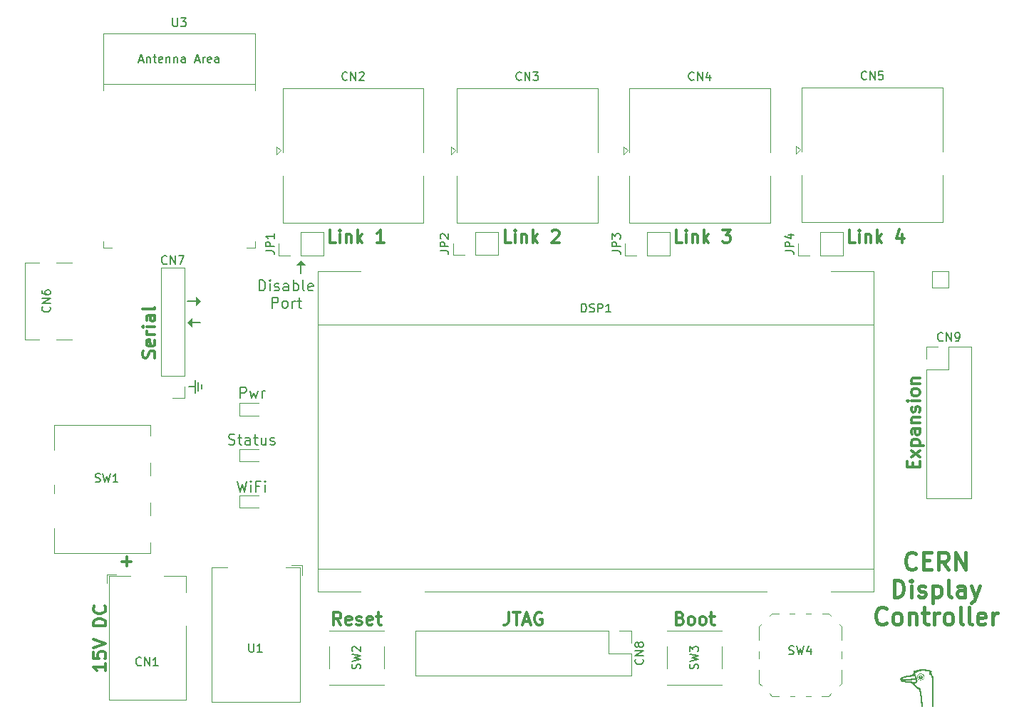
<source format=gto>
%TF.GenerationSoftware,KiCad,Pcbnew,9.0.4*%
%TF.CreationDate,2025-09-16T13:45:21-04:00*%
%TF.ProjectId,cern-display-controller,6365726e-2d64-4697-9370-6c61792d636f,rev?*%
%TF.SameCoordinates,Original*%
%TF.FileFunction,Legend,Top*%
%TF.FilePolarity,Positive*%
%FSLAX46Y46*%
G04 Gerber Fmt 4.6, Leading zero omitted, Abs format (unit mm)*
G04 Created by KiCad (PCBNEW 9.0.4) date 2025-09-16 13:45:21*
%MOMM*%
%LPD*%
G01*
G04 APERTURE LIST*
%ADD10C,0.100000*%
%ADD11C,0.177800*%
%ADD12C,0.300000*%
%ADD13C,0.190500*%
%ADD14C,0.203200*%
%ADD15C,0.406400*%
%ADD16C,0.150000*%
%ADD17C,0.127000*%
%ADD18C,0.120000*%
%ADD19C,0.000000*%
G04 APERTURE END LIST*
D10*
X116840000Y-83312000D02*
X116332000Y-83820000D01*
X116332000Y-82804000D01*
X116840000Y-83312000D01*
G36*
X116840000Y-83312000D02*
G01*
X116332000Y-83820000D01*
X116332000Y-82804000D01*
X116840000Y-83312000D01*
G37*
D11*
X116840000Y-85852000D02*
X115824000Y-85852000D01*
D10*
X115824000Y-86360000D02*
X115316000Y-85852000D01*
X115824000Y-85344000D01*
X115824000Y-86360000D01*
G36*
X115824000Y-86360000D02*
G01*
X115316000Y-85852000D01*
X115824000Y-85344000D01*
X115824000Y-86360000D01*
G37*
D11*
X116205000Y-93472000D02*
X115443000Y-93472000D01*
X128778000Y-80010000D02*
X128778000Y-78994000D01*
D10*
X129286000Y-78994000D02*
X128270000Y-78994000D01*
X128778000Y-78486000D01*
X129286000Y-78994000D01*
G36*
X129286000Y-78994000D02*
G01*
X128270000Y-78994000D01*
X128778000Y-78486000D01*
X129286000Y-78994000D01*
G37*
D11*
X116205000Y-94234000D02*
X116205000Y-92710000D01*
X116967000Y-93726000D02*
X116967000Y-93218000D01*
X115316000Y-83312000D02*
X116332000Y-83312000D01*
X116586000Y-92964000D02*
X116586000Y-93980000D01*
D12*
X194639714Y-76370328D02*
X193925428Y-76370328D01*
X193925428Y-76370328D02*
X193925428Y-74870328D01*
X195139714Y-76370328D02*
X195139714Y-75370328D01*
X195139714Y-74870328D02*
X195068286Y-74941757D01*
X195068286Y-74941757D02*
X195139714Y-75013185D01*
X195139714Y-75013185D02*
X195211143Y-74941757D01*
X195211143Y-74941757D02*
X195139714Y-74870328D01*
X195139714Y-74870328D02*
X195139714Y-75013185D01*
X195854000Y-75370328D02*
X195854000Y-76370328D01*
X195854000Y-75513185D02*
X195925429Y-75441757D01*
X195925429Y-75441757D02*
X196068286Y-75370328D01*
X196068286Y-75370328D02*
X196282572Y-75370328D01*
X196282572Y-75370328D02*
X196425429Y-75441757D01*
X196425429Y-75441757D02*
X196496858Y-75584614D01*
X196496858Y-75584614D02*
X196496858Y-76370328D01*
X197211143Y-76370328D02*
X197211143Y-74870328D01*
X197354001Y-75798900D02*
X197782572Y-76370328D01*
X197782572Y-75370328D02*
X197211143Y-75941757D01*
X200211144Y-75370328D02*
X200211144Y-76370328D01*
X199854001Y-74798900D02*
X199496858Y-75870328D01*
X199496858Y-75870328D02*
X200425429Y-75870328D01*
X153444000Y-120336328D02*
X153444000Y-121407757D01*
X153444000Y-121407757D02*
X153372571Y-121622042D01*
X153372571Y-121622042D02*
X153229714Y-121764900D01*
X153229714Y-121764900D02*
X153015428Y-121836328D01*
X153015428Y-121836328D02*
X152872571Y-121836328D01*
X153944000Y-120336328D02*
X154801143Y-120336328D01*
X154372571Y-121836328D02*
X154372571Y-120336328D01*
X155229714Y-121407757D02*
X155944000Y-121407757D01*
X155086857Y-121836328D02*
X155586857Y-120336328D01*
X155586857Y-120336328D02*
X156086857Y-121836328D01*
X157372571Y-120407757D02*
X157229714Y-120336328D01*
X157229714Y-120336328D02*
X157015428Y-120336328D01*
X157015428Y-120336328D02*
X156801142Y-120407757D01*
X156801142Y-120407757D02*
X156658285Y-120550614D01*
X156658285Y-120550614D02*
X156586856Y-120693471D01*
X156586856Y-120693471D02*
X156515428Y-120979185D01*
X156515428Y-120979185D02*
X156515428Y-121193471D01*
X156515428Y-121193471D02*
X156586856Y-121479185D01*
X156586856Y-121479185D02*
X156658285Y-121622042D01*
X156658285Y-121622042D02*
X156801142Y-121764900D01*
X156801142Y-121764900D02*
X157015428Y-121836328D01*
X157015428Y-121836328D02*
X157158285Y-121836328D01*
X157158285Y-121836328D02*
X157372571Y-121764900D01*
X157372571Y-121764900D02*
X157443999Y-121693471D01*
X157443999Y-121693471D02*
X157443999Y-121193471D01*
X157443999Y-121193471D02*
X157158285Y-121193471D01*
X133524857Y-121836328D02*
X133024857Y-121122042D01*
X132667714Y-121836328D02*
X132667714Y-120336328D01*
X132667714Y-120336328D02*
X133239143Y-120336328D01*
X133239143Y-120336328D02*
X133382000Y-120407757D01*
X133382000Y-120407757D02*
X133453429Y-120479185D01*
X133453429Y-120479185D02*
X133524857Y-120622042D01*
X133524857Y-120622042D02*
X133524857Y-120836328D01*
X133524857Y-120836328D02*
X133453429Y-120979185D01*
X133453429Y-120979185D02*
X133382000Y-121050614D01*
X133382000Y-121050614D02*
X133239143Y-121122042D01*
X133239143Y-121122042D02*
X132667714Y-121122042D01*
X134739143Y-121764900D02*
X134596286Y-121836328D01*
X134596286Y-121836328D02*
X134310572Y-121836328D01*
X134310572Y-121836328D02*
X134167714Y-121764900D01*
X134167714Y-121764900D02*
X134096286Y-121622042D01*
X134096286Y-121622042D02*
X134096286Y-121050614D01*
X134096286Y-121050614D02*
X134167714Y-120907757D01*
X134167714Y-120907757D02*
X134310572Y-120836328D01*
X134310572Y-120836328D02*
X134596286Y-120836328D01*
X134596286Y-120836328D02*
X134739143Y-120907757D01*
X134739143Y-120907757D02*
X134810572Y-121050614D01*
X134810572Y-121050614D02*
X134810572Y-121193471D01*
X134810572Y-121193471D02*
X134096286Y-121336328D01*
X135382000Y-121764900D02*
X135524857Y-121836328D01*
X135524857Y-121836328D02*
X135810571Y-121836328D01*
X135810571Y-121836328D02*
X135953428Y-121764900D01*
X135953428Y-121764900D02*
X136024857Y-121622042D01*
X136024857Y-121622042D02*
X136024857Y-121550614D01*
X136024857Y-121550614D02*
X135953428Y-121407757D01*
X135953428Y-121407757D02*
X135810571Y-121336328D01*
X135810571Y-121336328D02*
X135596286Y-121336328D01*
X135596286Y-121336328D02*
X135453428Y-121264900D01*
X135453428Y-121264900D02*
X135382000Y-121122042D01*
X135382000Y-121122042D02*
X135382000Y-121050614D01*
X135382000Y-121050614D02*
X135453428Y-120907757D01*
X135453428Y-120907757D02*
X135596286Y-120836328D01*
X135596286Y-120836328D02*
X135810571Y-120836328D01*
X135810571Y-120836328D02*
X135953428Y-120907757D01*
X137239143Y-121764900D02*
X137096286Y-121836328D01*
X137096286Y-121836328D02*
X136810572Y-121836328D01*
X136810572Y-121836328D02*
X136667714Y-121764900D01*
X136667714Y-121764900D02*
X136596286Y-121622042D01*
X136596286Y-121622042D02*
X136596286Y-121050614D01*
X136596286Y-121050614D02*
X136667714Y-120907757D01*
X136667714Y-120907757D02*
X136810572Y-120836328D01*
X136810572Y-120836328D02*
X137096286Y-120836328D01*
X137096286Y-120836328D02*
X137239143Y-120907757D01*
X137239143Y-120907757D02*
X137310572Y-121050614D01*
X137310572Y-121050614D02*
X137310572Y-121193471D01*
X137310572Y-121193471D02*
X136596286Y-121336328D01*
X137739143Y-120836328D02*
X138310571Y-120836328D01*
X137953428Y-120336328D02*
X137953428Y-121622042D01*
X137953428Y-121622042D02*
X138024857Y-121764900D01*
X138024857Y-121764900D02*
X138167714Y-121836328D01*
X138167714Y-121836328D02*
X138310571Y-121836328D01*
D13*
X120184333Y-100358194D02*
X120365762Y-100418670D01*
X120365762Y-100418670D02*
X120668143Y-100418670D01*
X120668143Y-100418670D02*
X120789095Y-100358194D01*
X120789095Y-100358194D02*
X120849571Y-100297717D01*
X120849571Y-100297717D02*
X120910048Y-100176765D01*
X120910048Y-100176765D02*
X120910048Y-100055813D01*
X120910048Y-100055813D02*
X120849571Y-99934860D01*
X120849571Y-99934860D02*
X120789095Y-99874384D01*
X120789095Y-99874384D02*
X120668143Y-99813908D01*
X120668143Y-99813908D02*
X120426238Y-99753432D01*
X120426238Y-99753432D02*
X120305286Y-99692955D01*
X120305286Y-99692955D02*
X120244809Y-99632479D01*
X120244809Y-99632479D02*
X120184333Y-99511527D01*
X120184333Y-99511527D02*
X120184333Y-99390574D01*
X120184333Y-99390574D02*
X120244809Y-99269622D01*
X120244809Y-99269622D02*
X120305286Y-99209146D01*
X120305286Y-99209146D02*
X120426238Y-99148670D01*
X120426238Y-99148670D02*
X120728619Y-99148670D01*
X120728619Y-99148670D02*
X120910048Y-99209146D01*
X121272905Y-99572003D02*
X121756714Y-99572003D01*
X121454333Y-99148670D02*
X121454333Y-100237241D01*
X121454333Y-100237241D02*
X121514810Y-100358194D01*
X121514810Y-100358194D02*
X121635762Y-100418670D01*
X121635762Y-100418670D02*
X121756714Y-100418670D01*
X122724333Y-100418670D02*
X122724333Y-99753432D01*
X122724333Y-99753432D02*
X122663857Y-99632479D01*
X122663857Y-99632479D02*
X122542905Y-99572003D01*
X122542905Y-99572003D02*
X122301000Y-99572003D01*
X122301000Y-99572003D02*
X122180047Y-99632479D01*
X122724333Y-100358194D02*
X122603381Y-100418670D01*
X122603381Y-100418670D02*
X122301000Y-100418670D01*
X122301000Y-100418670D02*
X122180047Y-100358194D01*
X122180047Y-100358194D02*
X122119571Y-100237241D01*
X122119571Y-100237241D02*
X122119571Y-100116289D01*
X122119571Y-100116289D02*
X122180047Y-99995336D01*
X122180047Y-99995336D02*
X122301000Y-99934860D01*
X122301000Y-99934860D02*
X122603381Y-99934860D01*
X122603381Y-99934860D02*
X122724333Y-99874384D01*
X123147667Y-99572003D02*
X123631476Y-99572003D01*
X123329095Y-99148670D02*
X123329095Y-100237241D01*
X123329095Y-100237241D02*
X123389572Y-100358194D01*
X123389572Y-100358194D02*
X123510524Y-100418670D01*
X123510524Y-100418670D02*
X123631476Y-100418670D01*
X124599095Y-99572003D02*
X124599095Y-100418670D01*
X124054809Y-99572003D02*
X124054809Y-100237241D01*
X124054809Y-100237241D02*
X124115286Y-100358194D01*
X124115286Y-100358194D02*
X124236238Y-100418670D01*
X124236238Y-100418670D02*
X124417667Y-100418670D01*
X124417667Y-100418670D02*
X124538619Y-100358194D01*
X124538619Y-100358194D02*
X124599095Y-100297717D01*
X125143381Y-100358194D02*
X125264334Y-100418670D01*
X125264334Y-100418670D02*
X125506238Y-100418670D01*
X125506238Y-100418670D02*
X125627191Y-100358194D01*
X125627191Y-100358194D02*
X125687667Y-100237241D01*
X125687667Y-100237241D02*
X125687667Y-100176765D01*
X125687667Y-100176765D02*
X125627191Y-100055813D01*
X125627191Y-100055813D02*
X125506238Y-99995336D01*
X125506238Y-99995336D02*
X125324810Y-99995336D01*
X125324810Y-99995336D02*
X125203857Y-99934860D01*
X125203857Y-99934860D02*
X125143381Y-99813908D01*
X125143381Y-99813908D02*
X125143381Y-99753432D01*
X125143381Y-99753432D02*
X125203857Y-99632479D01*
X125203857Y-99632479D02*
X125324810Y-99572003D01*
X125324810Y-99572003D02*
X125506238Y-99572003D01*
X125506238Y-99572003D02*
X125627191Y-99632479D01*
D12*
X173835428Y-121050614D02*
X174049714Y-121122042D01*
X174049714Y-121122042D02*
X174121143Y-121193471D01*
X174121143Y-121193471D02*
X174192571Y-121336328D01*
X174192571Y-121336328D02*
X174192571Y-121550614D01*
X174192571Y-121550614D02*
X174121143Y-121693471D01*
X174121143Y-121693471D02*
X174049714Y-121764900D01*
X174049714Y-121764900D02*
X173906857Y-121836328D01*
X173906857Y-121836328D02*
X173335428Y-121836328D01*
X173335428Y-121836328D02*
X173335428Y-120336328D01*
X173335428Y-120336328D02*
X173835428Y-120336328D01*
X173835428Y-120336328D02*
X173978286Y-120407757D01*
X173978286Y-120407757D02*
X174049714Y-120479185D01*
X174049714Y-120479185D02*
X174121143Y-120622042D01*
X174121143Y-120622042D02*
X174121143Y-120764900D01*
X174121143Y-120764900D02*
X174049714Y-120907757D01*
X174049714Y-120907757D02*
X173978286Y-120979185D01*
X173978286Y-120979185D02*
X173835428Y-121050614D01*
X173835428Y-121050614D02*
X173335428Y-121050614D01*
X175049714Y-121836328D02*
X174906857Y-121764900D01*
X174906857Y-121764900D02*
X174835428Y-121693471D01*
X174835428Y-121693471D02*
X174764000Y-121550614D01*
X174764000Y-121550614D02*
X174764000Y-121122042D01*
X174764000Y-121122042D02*
X174835428Y-120979185D01*
X174835428Y-120979185D02*
X174906857Y-120907757D01*
X174906857Y-120907757D02*
X175049714Y-120836328D01*
X175049714Y-120836328D02*
X175264000Y-120836328D01*
X175264000Y-120836328D02*
X175406857Y-120907757D01*
X175406857Y-120907757D02*
X175478286Y-120979185D01*
X175478286Y-120979185D02*
X175549714Y-121122042D01*
X175549714Y-121122042D02*
X175549714Y-121550614D01*
X175549714Y-121550614D02*
X175478286Y-121693471D01*
X175478286Y-121693471D02*
X175406857Y-121764900D01*
X175406857Y-121764900D02*
X175264000Y-121836328D01*
X175264000Y-121836328D02*
X175049714Y-121836328D01*
X176406857Y-121836328D02*
X176264000Y-121764900D01*
X176264000Y-121764900D02*
X176192571Y-121693471D01*
X176192571Y-121693471D02*
X176121143Y-121550614D01*
X176121143Y-121550614D02*
X176121143Y-121122042D01*
X176121143Y-121122042D02*
X176192571Y-120979185D01*
X176192571Y-120979185D02*
X176264000Y-120907757D01*
X176264000Y-120907757D02*
X176406857Y-120836328D01*
X176406857Y-120836328D02*
X176621143Y-120836328D01*
X176621143Y-120836328D02*
X176764000Y-120907757D01*
X176764000Y-120907757D02*
X176835429Y-120979185D01*
X176835429Y-120979185D02*
X176906857Y-121122042D01*
X176906857Y-121122042D02*
X176906857Y-121550614D01*
X176906857Y-121550614D02*
X176835429Y-121693471D01*
X176835429Y-121693471D02*
X176764000Y-121764900D01*
X176764000Y-121764900D02*
X176621143Y-121836328D01*
X176621143Y-121836328D02*
X176406857Y-121836328D01*
X177335429Y-120836328D02*
X177906857Y-120836328D01*
X177549714Y-120336328D02*
X177549714Y-121622042D01*
X177549714Y-121622042D02*
X177621143Y-121764900D01*
X177621143Y-121764900D02*
X177764000Y-121836328D01*
X177764000Y-121836328D02*
X177906857Y-121836328D01*
D14*
X123824999Y-82104645D02*
X123824999Y-80834645D01*
X123824999Y-80834645D02*
X124127380Y-80834645D01*
X124127380Y-80834645D02*
X124308809Y-80895121D01*
X124308809Y-80895121D02*
X124429761Y-81016073D01*
X124429761Y-81016073D02*
X124490238Y-81137026D01*
X124490238Y-81137026D02*
X124550714Y-81378930D01*
X124550714Y-81378930D02*
X124550714Y-81560359D01*
X124550714Y-81560359D02*
X124490238Y-81802264D01*
X124490238Y-81802264D02*
X124429761Y-81923216D01*
X124429761Y-81923216D02*
X124308809Y-82044169D01*
X124308809Y-82044169D02*
X124127380Y-82104645D01*
X124127380Y-82104645D02*
X123824999Y-82104645D01*
X125094999Y-82104645D02*
X125094999Y-81257978D01*
X125094999Y-80834645D02*
X125034523Y-80895121D01*
X125034523Y-80895121D02*
X125094999Y-80955597D01*
X125094999Y-80955597D02*
X125155476Y-80895121D01*
X125155476Y-80895121D02*
X125094999Y-80834645D01*
X125094999Y-80834645D02*
X125094999Y-80955597D01*
X125639285Y-82044169D02*
X125760238Y-82104645D01*
X125760238Y-82104645D02*
X126002142Y-82104645D01*
X126002142Y-82104645D02*
X126123095Y-82044169D01*
X126123095Y-82044169D02*
X126183571Y-81923216D01*
X126183571Y-81923216D02*
X126183571Y-81862740D01*
X126183571Y-81862740D02*
X126123095Y-81741788D01*
X126123095Y-81741788D02*
X126002142Y-81681311D01*
X126002142Y-81681311D02*
X125820714Y-81681311D01*
X125820714Y-81681311D02*
X125699761Y-81620835D01*
X125699761Y-81620835D02*
X125639285Y-81499883D01*
X125639285Y-81499883D02*
X125639285Y-81439407D01*
X125639285Y-81439407D02*
X125699761Y-81318454D01*
X125699761Y-81318454D02*
X125820714Y-81257978D01*
X125820714Y-81257978D02*
X126002142Y-81257978D01*
X126002142Y-81257978D02*
X126123095Y-81318454D01*
X127272142Y-82104645D02*
X127272142Y-81439407D01*
X127272142Y-81439407D02*
X127211666Y-81318454D01*
X127211666Y-81318454D02*
X127090714Y-81257978D01*
X127090714Y-81257978D02*
X126848809Y-81257978D01*
X126848809Y-81257978D02*
X126727856Y-81318454D01*
X127272142Y-82044169D02*
X127151190Y-82104645D01*
X127151190Y-82104645D02*
X126848809Y-82104645D01*
X126848809Y-82104645D02*
X126727856Y-82044169D01*
X126727856Y-82044169D02*
X126667380Y-81923216D01*
X126667380Y-81923216D02*
X126667380Y-81802264D01*
X126667380Y-81802264D02*
X126727856Y-81681311D01*
X126727856Y-81681311D02*
X126848809Y-81620835D01*
X126848809Y-81620835D02*
X127151190Y-81620835D01*
X127151190Y-81620835D02*
X127272142Y-81560359D01*
X127876904Y-82104645D02*
X127876904Y-80834645D01*
X127876904Y-81318454D02*
X127997857Y-81257978D01*
X127997857Y-81257978D02*
X128239762Y-81257978D01*
X128239762Y-81257978D02*
X128360714Y-81318454D01*
X128360714Y-81318454D02*
X128421190Y-81378930D01*
X128421190Y-81378930D02*
X128481666Y-81499883D01*
X128481666Y-81499883D02*
X128481666Y-81862740D01*
X128481666Y-81862740D02*
X128421190Y-81983692D01*
X128421190Y-81983692D02*
X128360714Y-82044169D01*
X128360714Y-82044169D02*
X128239762Y-82104645D01*
X128239762Y-82104645D02*
X127997857Y-82104645D01*
X127997857Y-82104645D02*
X127876904Y-82044169D01*
X129207381Y-82104645D02*
X129086429Y-82044169D01*
X129086429Y-82044169D02*
X129025952Y-81923216D01*
X129025952Y-81923216D02*
X129025952Y-80834645D01*
X130175000Y-82044169D02*
X130054048Y-82104645D01*
X130054048Y-82104645D02*
X129812143Y-82104645D01*
X129812143Y-82104645D02*
X129691190Y-82044169D01*
X129691190Y-82044169D02*
X129630714Y-81923216D01*
X129630714Y-81923216D02*
X129630714Y-81439407D01*
X129630714Y-81439407D02*
X129691190Y-81318454D01*
X129691190Y-81318454D02*
X129812143Y-81257978D01*
X129812143Y-81257978D02*
X130054048Y-81257978D01*
X130054048Y-81257978D02*
X130175000Y-81318454D01*
X130175000Y-81318454D02*
X130235476Y-81439407D01*
X130235476Y-81439407D02*
X130235476Y-81560359D01*
X130235476Y-81560359D02*
X129630714Y-81681311D01*
X125336904Y-84149274D02*
X125336904Y-82879274D01*
X125336904Y-82879274D02*
X125820714Y-82879274D01*
X125820714Y-82879274D02*
X125941666Y-82939750D01*
X125941666Y-82939750D02*
X126002143Y-83000226D01*
X126002143Y-83000226D02*
X126062619Y-83121178D01*
X126062619Y-83121178D02*
X126062619Y-83302607D01*
X126062619Y-83302607D02*
X126002143Y-83423559D01*
X126002143Y-83423559D02*
X125941666Y-83484036D01*
X125941666Y-83484036D02*
X125820714Y-83544512D01*
X125820714Y-83544512D02*
X125336904Y-83544512D01*
X126788333Y-84149274D02*
X126667381Y-84088798D01*
X126667381Y-84088798D02*
X126606904Y-84028321D01*
X126606904Y-84028321D02*
X126546428Y-83907369D01*
X126546428Y-83907369D02*
X126546428Y-83544512D01*
X126546428Y-83544512D02*
X126606904Y-83423559D01*
X126606904Y-83423559D02*
X126667381Y-83363083D01*
X126667381Y-83363083D02*
X126788333Y-83302607D01*
X126788333Y-83302607D02*
X126969762Y-83302607D01*
X126969762Y-83302607D02*
X127090714Y-83363083D01*
X127090714Y-83363083D02*
X127151190Y-83423559D01*
X127151190Y-83423559D02*
X127211666Y-83544512D01*
X127211666Y-83544512D02*
X127211666Y-83907369D01*
X127211666Y-83907369D02*
X127151190Y-84028321D01*
X127151190Y-84028321D02*
X127090714Y-84088798D01*
X127090714Y-84088798D02*
X126969762Y-84149274D01*
X126969762Y-84149274D02*
X126788333Y-84149274D01*
X127755952Y-84149274D02*
X127755952Y-83302607D01*
X127755952Y-83544512D02*
X127816429Y-83423559D01*
X127816429Y-83423559D02*
X127876905Y-83363083D01*
X127876905Y-83363083D02*
X127997857Y-83302607D01*
X127997857Y-83302607D02*
X128118810Y-83302607D01*
X128360714Y-83302607D02*
X128844523Y-83302607D01*
X128542142Y-82879274D02*
X128542142Y-83967845D01*
X128542142Y-83967845D02*
X128602619Y-84088798D01*
X128602619Y-84088798D02*
X128723571Y-84149274D01*
X128723571Y-84149274D02*
X128844523Y-84149274D01*
D12*
X105580328Y-126443998D02*
X105580328Y-127301141D01*
X105580328Y-126872570D02*
X104080328Y-126872570D01*
X104080328Y-126872570D02*
X104294614Y-127015427D01*
X104294614Y-127015427D02*
X104437471Y-127158284D01*
X104437471Y-127158284D02*
X104508900Y-127301141D01*
X104080328Y-125086856D02*
X104080328Y-125801142D01*
X104080328Y-125801142D02*
X104794614Y-125872570D01*
X104794614Y-125872570D02*
X104723185Y-125801142D01*
X104723185Y-125801142D02*
X104651757Y-125658285D01*
X104651757Y-125658285D02*
X104651757Y-125301142D01*
X104651757Y-125301142D02*
X104723185Y-125158285D01*
X104723185Y-125158285D02*
X104794614Y-125086856D01*
X104794614Y-125086856D02*
X104937471Y-125015427D01*
X104937471Y-125015427D02*
X105294614Y-125015427D01*
X105294614Y-125015427D02*
X105437471Y-125086856D01*
X105437471Y-125086856D02*
X105508900Y-125158285D01*
X105508900Y-125158285D02*
X105580328Y-125301142D01*
X105580328Y-125301142D02*
X105580328Y-125658285D01*
X105580328Y-125658285D02*
X105508900Y-125801142D01*
X105508900Y-125801142D02*
X105437471Y-125872570D01*
X104080328Y-124586856D02*
X105580328Y-124086856D01*
X105580328Y-124086856D02*
X104080328Y-123586856D01*
X105580328Y-121944000D02*
X104080328Y-121944000D01*
X104080328Y-121944000D02*
X104080328Y-121586857D01*
X104080328Y-121586857D02*
X104151757Y-121372571D01*
X104151757Y-121372571D02*
X104294614Y-121229714D01*
X104294614Y-121229714D02*
X104437471Y-121158285D01*
X104437471Y-121158285D02*
X104723185Y-121086857D01*
X104723185Y-121086857D02*
X104937471Y-121086857D01*
X104937471Y-121086857D02*
X105223185Y-121158285D01*
X105223185Y-121158285D02*
X105366042Y-121229714D01*
X105366042Y-121229714D02*
X105508900Y-121372571D01*
X105508900Y-121372571D02*
X105580328Y-121586857D01*
X105580328Y-121586857D02*
X105580328Y-121944000D01*
X105437471Y-119586857D02*
X105508900Y-119658285D01*
X105508900Y-119658285D02*
X105580328Y-119872571D01*
X105580328Y-119872571D02*
X105580328Y-120015428D01*
X105580328Y-120015428D02*
X105508900Y-120229714D01*
X105508900Y-120229714D02*
X105366042Y-120372571D01*
X105366042Y-120372571D02*
X105223185Y-120444000D01*
X105223185Y-120444000D02*
X104937471Y-120515428D01*
X104937471Y-120515428D02*
X104723185Y-120515428D01*
X104723185Y-120515428D02*
X104437471Y-120444000D01*
X104437471Y-120444000D02*
X104294614Y-120372571D01*
X104294614Y-120372571D02*
X104151757Y-120229714D01*
X104151757Y-120229714D02*
X104080328Y-120015428D01*
X104080328Y-120015428D02*
X104080328Y-119872571D01*
X104080328Y-119872571D02*
X104151757Y-119658285D01*
X104151757Y-119658285D02*
X104223185Y-119586857D01*
X132917714Y-76370328D02*
X132203428Y-76370328D01*
X132203428Y-76370328D02*
X132203428Y-74870328D01*
X133417714Y-76370328D02*
X133417714Y-75370328D01*
X133417714Y-74870328D02*
X133346286Y-74941757D01*
X133346286Y-74941757D02*
X133417714Y-75013185D01*
X133417714Y-75013185D02*
X133489143Y-74941757D01*
X133489143Y-74941757D02*
X133417714Y-74870328D01*
X133417714Y-74870328D02*
X133417714Y-75013185D01*
X134132000Y-75370328D02*
X134132000Y-76370328D01*
X134132000Y-75513185D02*
X134203429Y-75441757D01*
X134203429Y-75441757D02*
X134346286Y-75370328D01*
X134346286Y-75370328D02*
X134560572Y-75370328D01*
X134560572Y-75370328D02*
X134703429Y-75441757D01*
X134703429Y-75441757D02*
X134774858Y-75584614D01*
X134774858Y-75584614D02*
X134774858Y-76370328D01*
X135489143Y-76370328D02*
X135489143Y-74870328D01*
X135632001Y-75798900D02*
X136060572Y-76370328D01*
X136060572Y-75370328D02*
X135489143Y-75941757D01*
X138632001Y-76370328D02*
X137774858Y-76370328D01*
X138203429Y-76370328D02*
X138203429Y-74870328D01*
X138203429Y-74870328D02*
X138060572Y-75084614D01*
X138060572Y-75084614D02*
X137917715Y-75227471D01*
X137917715Y-75227471D02*
X137774858Y-75298900D01*
X201498614Y-103075715D02*
X201498614Y-102575715D01*
X202284328Y-102361429D02*
X202284328Y-103075715D01*
X202284328Y-103075715D02*
X200784328Y-103075715D01*
X200784328Y-103075715D02*
X200784328Y-102361429D01*
X202284328Y-101861429D02*
X201284328Y-101075715D01*
X201284328Y-101861429D02*
X202284328Y-101075715D01*
X201284328Y-100504286D02*
X202784328Y-100504286D01*
X201355757Y-100504286D02*
X201284328Y-100361429D01*
X201284328Y-100361429D02*
X201284328Y-100075714D01*
X201284328Y-100075714D02*
X201355757Y-99932857D01*
X201355757Y-99932857D02*
X201427185Y-99861429D01*
X201427185Y-99861429D02*
X201570042Y-99790000D01*
X201570042Y-99790000D02*
X201998614Y-99790000D01*
X201998614Y-99790000D02*
X202141471Y-99861429D01*
X202141471Y-99861429D02*
X202212900Y-99932857D01*
X202212900Y-99932857D02*
X202284328Y-100075714D01*
X202284328Y-100075714D02*
X202284328Y-100361429D01*
X202284328Y-100361429D02*
X202212900Y-100504286D01*
X202284328Y-98504286D02*
X201498614Y-98504286D01*
X201498614Y-98504286D02*
X201355757Y-98575714D01*
X201355757Y-98575714D02*
X201284328Y-98718571D01*
X201284328Y-98718571D02*
X201284328Y-99004286D01*
X201284328Y-99004286D02*
X201355757Y-99147143D01*
X202212900Y-98504286D02*
X202284328Y-98647143D01*
X202284328Y-98647143D02*
X202284328Y-99004286D01*
X202284328Y-99004286D02*
X202212900Y-99147143D01*
X202212900Y-99147143D02*
X202070042Y-99218571D01*
X202070042Y-99218571D02*
X201927185Y-99218571D01*
X201927185Y-99218571D02*
X201784328Y-99147143D01*
X201784328Y-99147143D02*
X201712900Y-99004286D01*
X201712900Y-99004286D02*
X201712900Y-98647143D01*
X201712900Y-98647143D02*
X201641471Y-98504286D01*
X201284328Y-97790000D02*
X202284328Y-97790000D01*
X201427185Y-97790000D02*
X201355757Y-97718571D01*
X201355757Y-97718571D02*
X201284328Y-97575714D01*
X201284328Y-97575714D02*
X201284328Y-97361428D01*
X201284328Y-97361428D02*
X201355757Y-97218571D01*
X201355757Y-97218571D02*
X201498614Y-97147143D01*
X201498614Y-97147143D02*
X202284328Y-97147143D01*
X202212900Y-96504285D02*
X202284328Y-96361428D01*
X202284328Y-96361428D02*
X202284328Y-96075714D01*
X202284328Y-96075714D02*
X202212900Y-95932857D01*
X202212900Y-95932857D02*
X202070042Y-95861428D01*
X202070042Y-95861428D02*
X201998614Y-95861428D01*
X201998614Y-95861428D02*
X201855757Y-95932857D01*
X201855757Y-95932857D02*
X201784328Y-96075714D01*
X201784328Y-96075714D02*
X201784328Y-96290000D01*
X201784328Y-96290000D02*
X201712900Y-96432857D01*
X201712900Y-96432857D02*
X201570042Y-96504285D01*
X201570042Y-96504285D02*
X201498614Y-96504285D01*
X201498614Y-96504285D02*
X201355757Y-96432857D01*
X201355757Y-96432857D02*
X201284328Y-96290000D01*
X201284328Y-96290000D02*
X201284328Y-96075714D01*
X201284328Y-96075714D02*
X201355757Y-95932857D01*
X202284328Y-95218571D02*
X201284328Y-95218571D01*
X200784328Y-95218571D02*
X200855757Y-95289999D01*
X200855757Y-95289999D02*
X200927185Y-95218571D01*
X200927185Y-95218571D02*
X200855757Y-95147142D01*
X200855757Y-95147142D02*
X200784328Y-95218571D01*
X200784328Y-95218571D02*
X200927185Y-95218571D01*
X202284328Y-94289999D02*
X202212900Y-94432856D01*
X202212900Y-94432856D02*
X202141471Y-94504285D01*
X202141471Y-94504285D02*
X201998614Y-94575713D01*
X201998614Y-94575713D02*
X201570042Y-94575713D01*
X201570042Y-94575713D02*
X201427185Y-94504285D01*
X201427185Y-94504285D02*
X201355757Y-94432856D01*
X201355757Y-94432856D02*
X201284328Y-94289999D01*
X201284328Y-94289999D02*
X201284328Y-94075713D01*
X201284328Y-94075713D02*
X201355757Y-93932856D01*
X201355757Y-93932856D02*
X201427185Y-93861428D01*
X201427185Y-93861428D02*
X201570042Y-93789999D01*
X201570042Y-93789999D02*
X201998614Y-93789999D01*
X201998614Y-93789999D02*
X202141471Y-93861428D01*
X202141471Y-93861428D02*
X202212900Y-93932856D01*
X202212900Y-93932856D02*
X202284328Y-94075713D01*
X202284328Y-94075713D02*
X202284328Y-94289999D01*
X201284328Y-93147142D02*
X202284328Y-93147142D01*
X201427185Y-93147142D02*
X201355757Y-93075713D01*
X201355757Y-93075713D02*
X201284328Y-92932856D01*
X201284328Y-92932856D02*
X201284328Y-92718570D01*
X201284328Y-92718570D02*
X201355757Y-92575713D01*
X201355757Y-92575713D02*
X201498614Y-92504285D01*
X201498614Y-92504285D02*
X202284328Y-92504285D01*
D13*
X121546547Y-94830670D02*
X121546547Y-93560670D01*
X121546547Y-93560670D02*
X122030357Y-93560670D01*
X122030357Y-93560670D02*
X122151309Y-93621146D01*
X122151309Y-93621146D02*
X122211786Y-93681622D01*
X122211786Y-93681622D02*
X122272262Y-93802574D01*
X122272262Y-93802574D02*
X122272262Y-93984003D01*
X122272262Y-93984003D02*
X122211786Y-94104955D01*
X122211786Y-94104955D02*
X122151309Y-94165432D01*
X122151309Y-94165432D02*
X122030357Y-94225908D01*
X122030357Y-94225908D02*
X121546547Y-94225908D01*
X122695595Y-93984003D02*
X122937500Y-94830670D01*
X122937500Y-94830670D02*
X123179405Y-94225908D01*
X123179405Y-94225908D02*
X123421309Y-94830670D01*
X123421309Y-94830670D02*
X123663214Y-93984003D01*
X124147023Y-94830670D02*
X124147023Y-93984003D01*
X124147023Y-94225908D02*
X124207500Y-94104955D01*
X124207500Y-94104955D02*
X124267976Y-94044479D01*
X124267976Y-94044479D02*
X124388928Y-93984003D01*
X124388928Y-93984003D02*
X124509881Y-93984003D01*
D12*
X111350900Y-90086284D02*
X111422328Y-89871999D01*
X111422328Y-89871999D02*
X111422328Y-89514856D01*
X111422328Y-89514856D02*
X111350900Y-89371999D01*
X111350900Y-89371999D02*
X111279471Y-89300570D01*
X111279471Y-89300570D02*
X111136614Y-89229141D01*
X111136614Y-89229141D02*
X110993757Y-89229141D01*
X110993757Y-89229141D02*
X110850900Y-89300570D01*
X110850900Y-89300570D02*
X110779471Y-89371999D01*
X110779471Y-89371999D02*
X110708042Y-89514856D01*
X110708042Y-89514856D02*
X110636614Y-89800570D01*
X110636614Y-89800570D02*
X110565185Y-89943427D01*
X110565185Y-89943427D02*
X110493757Y-90014856D01*
X110493757Y-90014856D02*
X110350900Y-90086284D01*
X110350900Y-90086284D02*
X110208042Y-90086284D01*
X110208042Y-90086284D02*
X110065185Y-90014856D01*
X110065185Y-90014856D02*
X109993757Y-89943427D01*
X109993757Y-89943427D02*
X109922328Y-89800570D01*
X109922328Y-89800570D02*
X109922328Y-89443427D01*
X109922328Y-89443427D02*
X109993757Y-89229141D01*
X111350900Y-88014856D02*
X111422328Y-88157713D01*
X111422328Y-88157713D02*
X111422328Y-88443428D01*
X111422328Y-88443428D02*
X111350900Y-88586285D01*
X111350900Y-88586285D02*
X111208042Y-88657713D01*
X111208042Y-88657713D02*
X110636614Y-88657713D01*
X110636614Y-88657713D02*
X110493757Y-88586285D01*
X110493757Y-88586285D02*
X110422328Y-88443428D01*
X110422328Y-88443428D02*
X110422328Y-88157713D01*
X110422328Y-88157713D02*
X110493757Y-88014856D01*
X110493757Y-88014856D02*
X110636614Y-87943428D01*
X110636614Y-87943428D02*
X110779471Y-87943428D01*
X110779471Y-87943428D02*
X110922328Y-88657713D01*
X111422328Y-87300571D02*
X110422328Y-87300571D01*
X110708042Y-87300571D02*
X110565185Y-87229142D01*
X110565185Y-87229142D02*
X110493757Y-87157714D01*
X110493757Y-87157714D02*
X110422328Y-87014856D01*
X110422328Y-87014856D02*
X110422328Y-86871999D01*
X111422328Y-86372000D02*
X110422328Y-86372000D01*
X109922328Y-86372000D02*
X109993757Y-86443428D01*
X109993757Y-86443428D02*
X110065185Y-86372000D01*
X110065185Y-86372000D02*
X109993757Y-86300571D01*
X109993757Y-86300571D02*
X109922328Y-86372000D01*
X109922328Y-86372000D02*
X110065185Y-86372000D01*
X111422328Y-85014857D02*
X110636614Y-85014857D01*
X110636614Y-85014857D02*
X110493757Y-85086285D01*
X110493757Y-85086285D02*
X110422328Y-85229142D01*
X110422328Y-85229142D02*
X110422328Y-85514857D01*
X110422328Y-85514857D02*
X110493757Y-85657714D01*
X111350900Y-85014857D02*
X111422328Y-85157714D01*
X111422328Y-85157714D02*
X111422328Y-85514857D01*
X111422328Y-85514857D02*
X111350900Y-85657714D01*
X111350900Y-85657714D02*
X111208042Y-85729142D01*
X111208042Y-85729142D02*
X111065185Y-85729142D01*
X111065185Y-85729142D02*
X110922328Y-85657714D01*
X110922328Y-85657714D02*
X110850900Y-85514857D01*
X110850900Y-85514857D02*
X110850900Y-85157714D01*
X110850900Y-85157714D02*
X110779471Y-85014857D01*
X111422328Y-84086285D02*
X111350900Y-84229142D01*
X111350900Y-84229142D02*
X111208042Y-84300571D01*
X111208042Y-84300571D02*
X109922328Y-84300571D01*
D13*
X121244166Y-104736670D02*
X121546547Y-106006670D01*
X121546547Y-106006670D02*
X121788452Y-105099527D01*
X121788452Y-105099527D02*
X122030357Y-106006670D01*
X122030357Y-106006670D02*
X122332738Y-104736670D01*
X122816547Y-106006670D02*
X122816547Y-105160003D01*
X122816547Y-104736670D02*
X122756071Y-104797146D01*
X122756071Y-104797146D02*
X122816547Y-104857622D01*
X122816547Y-104857622D02*
X122877024Y-104797146D01*
X122877024Y-104797146D02*
X122816547Y-104736670D01*
X122816547Y-104736670D02*
X122816547Y-104857622D01*
X123844643Y-105341432D02*
X123421309Y-105341432D01*
X123421309Y-106006670D02*
X123421309Y-104736670D01*
X123421309Y-104736670D02*
X124026071Y-104736670D01*
X124509880Y-106006670D02*
X124509880Y-105160003D01*
X124509880Y-104736670D02*
X124449404Y-104797146D01*
X124449404Y-104797146D02*
X124509880Y-104857622D01*
X124509880Y-104857622D02*
X124570357Y-104797146D01*
X124570357Y-104797146D02*
X124509880Y-104736670D01*
X124509880Y-104736670D02*
X124509880Y-104857622D01*
D12*
X174065714Y-76370328D02*
X173351428Y-76370328D01*
X173351428Y-76370328D02*
X173351428Y-74870328D01*
X174565714Y-76370328D02*
X174565714Y-75370328D01*
X174565714Y-74870328D02*
X174494286Y-74941757D01*
X174494286Y-74941757D02*
X174565714Y-75013185D01*
X174565714Y-75013185D02*
X174637143Y-74941757D01*
X174637143Y-74941757D02*
X174565714Y-74870328D01*
X174565714Y-74870328D02*
X174565714Y-75013185D01*
X175280000Y-75370328D02*
X175280000Y-76370328D01*
X175280000Y-75513185D02*
X175351429Y-75441757D01*
X175351429Y-75441757D02*
X175494286Y-75370328D01*
X175494286Y-75370328D02*
X175708572Y-75370328D01*
X175708572Y-75370328D02*
X175851429Y-75441757D01*
X175851429Y-75441757D02*
X175922858Y-75584614D01*
X175922858Y-75584614D02*
X175922858Y-76370328D01*
X176637143Y-76370328D02*
X176637143Y-74870328D01*
X176780001Y-75798900D02*
X177208572Y-76370328D01*
X177208572Y-75370328D02*
X176637143Y-75941757D01*
X178851429Y-74870328D02*
X179780001Y-74870328D01*
X179780001Y-74870328D02*
X179280001Y-75441757D01*
X179280001Y-75441757D02*
X179494286Y-75441757D01*
X179494286Y-75441757D02*
X179637144Y-75513185D01*
X179637144Y-75513185D02*
X179708572Y-75584614D01*
X179708572Y-75584614D02*
X179780001Y-75727471D01*
X179780001Y-75727471D02*
X179780001Y-76084614D01*
X179780001Y-76084614D02*
X179708572Y-76227471D01*
X179708572Y-76227471D02*
X179637144Y-76298900D01*
X179637144Y-76298900D02*
X179494286Y-76370328D01*
X179494286Y-76370328D02*
X179065715Y-76370328D01*
X179065715Y-76370328D02*
X178922858Y-76298900D01*
X178922858Y-76298900D02*
X178851429Y-76227471D01*
X108056900Y-114871428D02*
X108056900Y-113728571D01*
X108628328Y-114299999D02*
X107485471Y-114299999D01*
X153745714Y-76370328D02*
X153031428Y-76370328D01*
X153031428Y-76370328D02*
X153031428Y-74870328D01*
X154245714Y-76370328D02*
X154245714Y-75370328D01*
X154245714Y-74870328D02*
X154174286Y-74941757D01*
X154174286Y-74941757D02*
X154245714Y-75013185D01*
X154245714Y-75013185D02*
X154317143Y-74941757D01*
X154317143Y-74941757D02*
X154245714Y-74870328D01*
X154245714Y-74870328D02*
X154245714Y-75013185D01*
X154960000Y-75370328D02*
X154960000Y-76370328D01*
X154960000Y-75513185D02*
X155031429Y-75441757D01*
X155031429Y-75441757D02*
X155174286Y-75370328D01*
X155174286Y-75370328D02*
X155388572Y-75370328D01*
X155388572Y-75370328D02*
X155531429Y-75441757D01*
X155531429Y-75441757D02*
X155602858Y-75584614D01*
X155602858Y-75584614D02*
X155602858Y-76370328D01*
X156317143Y-76370328D02*
X156317143Y-74870328D01*
X156460001Y-75798900D02*
X156888572Y-76370328D01*
X156888572Y-75370328D02*
X156317143Y-75941757D01*
X158602858Y-75013185D02*
X158674286Y-74941757D01*
X158674286Y-74941757D02*
X158817144Y-74870328D01*
X158817144Y-74870328D02*
X159174286Y-74870328D01*
X159174286Y-74870328D02*
X159317144Y-74941757D01*
X159317144Y-74941757D02*
X159388572Y-75013185D01*
X159388572Y-75013185D02*
X159460001Y-75156042D01*
X159460001Y-75156042D02*
X159460001Y-75298900D01*
X159460001Y-75298900D02*
X159388572Y-75513185D01*
X159388572Y-75513185D02*
X158531429Y-76370328D01*
X158531429Y-76370328D02*
X159460001Y-76370328D01*
D15*
X201845333Y-115055979D02*
X201748571Y-115152741D01*
X201748571Y-115152741D02*
X201458285Y-115249502D01*
X201458285Y-115249502D02*
X201264761Y-115249502D01*
X201264761Y-115249502D02*
X200974476Y-115152741D01*
X200974476Y-115152741D02*
X200780952Y-114959217D01*
X200780952Y-114959217D02*
X200684190Y-114765693D01*
X200684190Y-114765693D02*
X200587428Y-114378645D01*
X200587428Y-114378645D02*
X200587428Y-114088360D01*
X200587428Y-114088360D02*
X200684190Y-113701312D01*
X200684190Y-113701312D02*
X200780952Y-113507788D01*
X200780952Y-113507788D02*
X200974476Y-113314264D01*
X200974476Y-113314264D02*
X201264761Y-113217502D01*
X201264761Y-113217502D02*
X201458285Y-113217502D01*
X201458285Y-113217502D02*
X201748571Y-113314264D01*
X201748571Y-113314264D02*
X201845333Y-113411026D01*
X202716190Y-114185121D02*
X203393523Y-114185121D01*
X203683809Y-115249502D02*
X202716190Y-115249502D01*
X202716190Y-115249502D02*
X202716190Y-113217502D01*
X202716190Y-113217502D02*
X203683809Y-113217502D01*
X205715809Y-115249502D02*
X205038476Y-114281883D01*
X204554666Y-115249502D02*
X204554666Y-113217502D01*
X204554666Y-113217502D02*
X205328761Y-113217502D01*
X205328761Y-113217502D02*
X205522285Y-113314264D01*
X205522285Y-113314264D02*
X205619047Y-113411026D01*
X205619047Y-113411026D02*
X205715809Y-113604550D01*
X205715809Y-113604550D02*
X205715809Y-113894836D01*
X205715809Y-113894836D02*
X205619047Y-114088360D01*
X205619047Y-114088360D02*
X205522285Y-114185121D01*
X205522285Y-114185121D02*
X205328761Y-114281883D01*
X205328761Y-114281883D02*
X204554666Y-114281883D01*
X206586666Y-115249502D02*
X206586666Y-113217502D01*
X206586666Y-113217502D02*
X207747809Y-115249502D01*
X207747809Y-115249502D02*
X207747809Y-113217502D01*
X199232762Y-118520908D02*
X199232762Y-116488908D01*
X199232762Y-116488908D02*
X199716572Y-116488908D01*
X199716572Y-116488908D02*
X200006857Y-116585670D01*
X200006857Y-116585670D02*
X200200381Y-116779194D01*
X200200381Y-116779194D02*
X200297143Y-116972718D01*
X200297143Y-116972718D02*
X200393905Y-117359766D01*
X200393905Y-117359766D02*
X200393905Y-117650051D01*
X200393905Y-117650051D02*
X200297143Y-118037099D01*
X200297143Y-118037099D02*
X200200381Y-118230623D01*
X200200381Y-118230623D02*
X200006857Y-118424147D01*
X200006857Y-118424147D02*
X199716572Y-118520908D01*
X199716572Y-118520908D02*
X199232762Y-118520908D01*
X201264762Y-118520908D02*
X201264762Y-117166242D01*
X201264762Y-116488908D02*
X201168000Y-116585670D01*
X201168000Y-116585670D02*
X201264762Y-116682432D01*
X201264762Y-116682432D02*
X201361524Y-116585670D01*
X201361524Y-116585670D02*
X201264762Y-116488908D01*
X201264762Y-116488908D02*
X201264762Y-116682432D01*
X202135619Y-118424147D02*
X202329143Y-118520908D01*
X202329143Y-118520908D02*
X202716191Y-118520908D01*
X202716191Y-118520908D02*
X202909714Y-118424147D01*
X202909714Y-118424147D02*
X203006476Y-118230623D01*
X203006476Y-118230623D02*
X203006476Y-118133861D01*
X203006476Y-118133861D02*
X202909714Y-117940337D01*
X202909714Y-117940337D02*
X202716191Y-117843575D01*
X202716191Y-117843575D02*
X202425905Y-117843575D01*
X202425905Y-117843575D02*
X202232381Y-117746813D01*
X202232381Y-117746813D02*
X202135619Y-117553289D01*
X202135619Y-117553289D02*
X202135619Y-117456527D01*
X202135619Y-117456527D02*
X202232381Y-117263004D01*
X202232381Y-117263004D02*
X202425905Y-117166242D01*
X202425905Y-117166242D02*
X202716191Y-117166242D01*
X202716191Y-117166242D02*
X202909714Y-117263004D01*
X203877333Y-117166242D02*
X203877333Y-119198242D01*
X203877333Y-117263004D02*
X204070857Y-117166242D01*
X204070857Y-117166242D02*
X204457904Y-117166242D01*
X204457904Y-117166242D02*
X204651428Y-117263004D01*
X204651428Y-117263004D02*
X204748190Y-117359766D01*
X204748190Y-117359766D02*
X204844952Y-117553289D01*
X204844952Y-117553289D02*
X204844952Y-118133861D01*
X204844952Y-118133861D02*
X204748190Y-118327385D01*
X204748190Y-118327385D02*
X204651428Y-118424147D01*
X204651428Y-118424147D02*
X204457904Y-118520908D01*
X204457904Y-118520908D02*
X204070857Y-118520908D01*
X204070857Y-118520908D02*
X203877333Y-118424147D01*
X206006095Y-118520908D02*
X205812571Y-118424147D01*
X205812571Y-118424147D02*
X205715809Y-118230623D01*
X205715809Y-118230623D02*
X205715809Y-116488908D01*
X207651047Y-118520908D02*
X207651047Y-117456527D01*
X207651047Y-117456527D02*
X207554285Y-117263004D01*
X207554285Y-117263004D02*
X207360761Y-117166242D01*
X207360761Y-117166242D02*
X206973714Y-117166242D01*
X206973714Y-117166242D02*
X206780190Y-117263004D01*
X207651047Y-118424147D02*
X207457523Y-118520908D01*
X207457523Y-118520908D02*
X206973714Y-118520908D01*
X206973714Y-118520908D02*
X206780190Y-118424147D01*
X206780190Y-118424147D02*
X206683428Y-118230623D01*
X206683428Y-118230623D02*
X206683428Y-118037099D01*
X206683428Y-118037099D02*
X206780190Y-117843575D01*
X206780190Y-117843575D02*
X206973714Y-117746813D01*
X206973714Y-117746813D02*
X207457523Y-117746813D01*
X207457523Y-117746813D02*
X207651047Y-117650051D01*
X208425142Y-117166242D02*
X208908952Y-118520908D01*
X209392761Y-117166242D02*
X208908952Y-118520908D01*
X208908952Y-118520908D02*
X208715428Y-119004718D01*
X208715428Y-119004718D02*
X208618666Y-119101480D01*
X208618666Y-119101480D02*
X208425142Y-119198242D01*
X198313524Y-121598791D02*
X198216762Y-121695553D01*
X198216762Y-121695553D02*
X197926476Y-121792314D01*
X197926476Y-121792314D02*
X197732952Y-121792314D01*
X197732952Y-121792314D02*
X197442667Y-121695553D01*
X197442667Y-121695553D02*
X197249143Y-121502029D01*
X197249143Y-121502029D02*
X197152381Y-121308505D01*
X197152381Y-121308505D02*
X197055619Y-120921457D01*
X197055619Y-120921457D02*
X197055619Y-120631172D01*
X197055619Y-120631172D02*
X197152381Y-120244124D01*
X197152381Y-120244124D02*
X197249143Y-120050600D01*
X197249143Y-120050600D02*
X197442667Y-119857076D01*
X197442667Y-119857076D02*
X197732952Y-119760314D01*
X197732952Y-119760314D02*
X197926476Y-119760314D01*
X197926476Y-119760314D02*
X198216762Y-119857076D01*
X198216762Y-119857076D02*
X198313524Y-119953838D01*
X199474667Y-121792314D02*
X199281143Y-121695553D01*
X199281143Y-121695553D02*
X199184381Y-121598791D01*
X199184381Y-121598791D02*
X199087619Y-121405267D01*
X199087619Y-121405267D02*
X199087619Y-120824695D01*
X199087619Y-120824695D02*
X199184381Y-120631172D01*
X199184381Y-120631172D02*
X199281143Y-120534410D01*
X199281143Y-120534410D02*
X199474667Y-120437648D01*
X199474667Y-120437648D02*
X199764952Y-120437648D01*
X199764952Y-120437648D02*
X199958476Y-120534410D01*
X199958476Y-120534410D02*
X200055238Y-120631172D01*
X200055238Y-120631172D02*
X200152000Y-120824695D01*
X200152000Y-120824695D02*
X200152000Y-121405267D01*
X200152000Y-121405267D02*
X200055238Y-121598791D01*
X200055238Y-121598791D02*
X199958476Y-121695553D01*
X199958476Y-121695553D02*
X199764952Y-121792314D01*
X199764952Y-121792314D02*
X199474667Y-121792314D01*
X201022857Y-120437648D02*
X201022857Y-121792314D01*
X201022857Y-120631172D02*
X201119619Y-120534410D01*
X201119619Y-120534410D02*
X201313143Y-120437648D01*
X201313143Y-120437648D02*
X201603428Y-120437648D01*
X201603428Y-120437648D02*
X201796952Y-120534410D01*
X201796952Y-120534410D02*
X201893714Y-120727933D01*
X201893714Y-120727933D02*
X201893714Y-121792314D01*
X202571047Y-120437648D02*
X203345143Y-120437648D01*
X202861333Y-119760314D02*
X202861333Y-121502029D01*
X202861333Y-121502029D02*
X202958095Y-121695553D01*
X202958095Y-121695553D02*
X203151619Y-121792314D01*
X203151619Y-121792314D02*
X203345143Y-121792314D01*
X204022476Y-121792314D02*
X204022476Y-120437648D01*
X204022476Y-120824695D02*
X204119238Y-120631172D01*
X204119238Y-120631172D02*
X204216000Y-120534410D01*
X204216000Y-120534410D02*
X204409524Y-120437648D01*
X204409524Y-120437648D02*
X204603047Y-120437648D01*
X205570667Y-121792314D02*
X205377143Y-121695553D01*
X205377143Y-121695553D02*
X205280381Y-121598791D01*
X205280381Y-121598791D02*
X205183619Y-121405267D01*
X205183619Y-121405267D02*
X205183619Y-120824695D01*
X205183619Y-120824695D02*
X205280381Y-120631172D01*
X205280381Y-120631172D02*
X205377143Y-120534410D01*
X205377143Y-120534410D02*
X205570667Y-120437648D01*
X205570667Y-120437648D02*
X205860952Y-120437648D01*
X205860952Y-120437648D02*
X206054476Y-120534410D01*
X206054476Y-120534410D02*
X206151238Y-120631172D01*
X206151238Y-120631172D02*
X206248000Y-120824695D01*
X206248000Y-120824695D02*
X206248000Y-121405267D01*
X206248000Y-121405267D02*
X206151238Y-121598791D01*
X206151238Y-121598791D02*
X206054476Y-121695553D01*
X206054476Y-121695553D02*
X205860952Y-121792314D01*
X205860952Y-121792314D02*
X205570667Y-121792314D01*
X207409143Y-121792314D02*
X207215619Y-121695553D01*
X207215619Y-121695553D02*
X207118857Y-121502029D01*
X207118857Y-121502029D02*
X207118857Y-119760314D01*
X208473524Y-121792314D02*
X208280000Y-121695553D01*
X208280000Y-121695553D02*
X208183238Y-121502029D01*
X208183238Y-121502029D02*
X208183238Y-119760314D01*
X210021714Y-121695553D02*
X209828190Y-121792314D01*
X209828190Y-121792314D02*
X209441143Y-121792314D01*
X209441143Y-121792314D02*
X209247619Y-121695553D01*
X209247619Y-121695553D02*
X209150857Y-121502029D01*
X209150857Y-121502029D02*
X209150857Y-120727933D01*
X209150857Y-120727933D02*
X209247619Y-120534410D01*
X209247619Y-120534410D02*
X209441143Y-120437648D01*
X209441143Y-120437648D02*
X209828190Y-120437648D01*
X209828190Y-120437648D02*
X210021714Y-120534410D01*
X210021714Y-120534410D02*
X210118476Y-120727933D01*
X210118476Y-120727933D02*
X210118476Y-120921457D01*
X210118476Y-120921457D02*
X209150857Y-121114981D01*
X210989333Y-121792314D02*
X210989333Y-120437648D01*
X210989333Y-120824695D02*
X211086095Y-120631172D01*
X211086095Y-120631172D02*
X211182857Y-120534410D01*
X211182857Y-120534410D02*
X211376381Y-120437648D01*
X211376381Y-120437648D02*
X211569904Y-120437648D01*
D16*
X98911580Y-84002476D02*
X98959200Y-84050095D01*
X98959200Y-84050095D02*
X99006819Y-84192952D01*
X99006819Y-84192952D02*
X99006819Y-84288190D01*
X99006819Y-84288190D02*
X98959200Y-84431047D01*
X98959200Y-84431047D02*
X98863961Y-84526285D01*
X98863961Y-84526285D02*
X98768723Y-84573904D01*
X98768723Y-84573904D02*
X98578247Y-84621523D01*
X98578247Y-84621523D02*
X98435390Y-84621523D01*
X98435390Y-84621523D02*
X98244914Y-84573904D01*
X98244914Y-84573904D02*
X98149676Y-84526285D01*
X98149676Y-84526285D02*
X98054438Y-84431047D01*
X98054438Y-84431047D02*
X98006819Y-84288190D01*
X98006819Y-84288190D02*
X98006819Y-84192952D01*
X98006819Y-84192952D02*
X98054438Y-84050095D01*
X98054438Y-84050095D02*
X98102057Y-84002476D01*
X99006819Y-83573904D02*
X98006819Y-83573904D01*
X98006819Y-83573904D02*
X99006819Y-83002476D01*
X99006819Y-83002476D02*
X98006819Y-83002476D01*
X98006819Y-82097714D02*
X98006819Y-82288190D01*
X98006819Y-82288190D02*
X98054438Y-82383428D01*
X98054438Y-82383428D02*
X98102057Y-82431047D01*
X98102057Y-82431047D02*
X98244914Y-82526285D01*
X98244914Y-82526285D02*
X98435390Y-82573904D01*
X98435390Y-82573904D02*
X98816342Y-82573904D01*
X98816342Y-82573904D02*
X98911580Y-82526285D01*
X98911580Y-82526285D02*
X98959200Y-82478666D01*
X98959200Y-82478666D02*
X99006819Y-82383428D01*
X99006819Y-82383428D02*
X99006819Y-82192952D01*
X99006819Y-82192952D02*
X98959200Y-82097714D01*
X98959200Y-82097714D02*
X98911580Y-82050095D01*
X98911580Y-82050095D02*
X98816342Y-82002476D01*
X98816342Y-82002476D02*
X98578247Y-82002476D01*
X98578247Y-82002476D02*
X98483009Y-82050095D01*
X98483009Y-82050095D02*
X98435390Y-82097714D01*
X98435390Y-82097714D02*
X98387771Y-82192952D01*
X98387771Y-82192952D02*
X98387771Y-82383428D01*
X98387771Y-82383428D02*
X98435390Y-82478666D01*
X98435390Y-82478666D02*
X98483009Y-82526285D01*
X98483009Y-82526285D02*
X98578247Y-82573904D01*
D17*
X104343442Y-104802396D02*
X104486299Y-104850015D01*
X104486299Y-104850015D02*
X104724394Y-104850015D01*
X104724394Y-104850015D02*
X104819632Y-104802396D01*
X104819632Y-104802396D02*
X104867251Y-104754776D01*
X104867251Y-104754776D02*
X104914870Y-104659538D01*
X104914870Y-104659538D02*
X104914870Y-104564300D01*
X104914870Y-104564300D02*
X104867251Y-104469062D01*
X104867251Y-104469062D02*
X104819632Y-104421443D01*
X104819632Y-104421443D02*
X104724394Y-104373824D01*
X104724394Y-104373824D02*
X104533918Y-104326205D01*
X104533918Y-104326205D02*
X104438680Y-104278586D01*
X104438680Y-104278586D02*
X104391061Y-104230967D01*
X104391061Y-104230967D02*
X104343442Y-104135729D01*
X104343442Y-104135729D02*
X104343442Y-104040491D01*
X104343442Y-104040491D02*
X104391061Y-103945253D01*
X104391061Y-103945253D02*
X104438680Y-103897634D01*
X104438680Y-103897634D02*
X104533918Y-103850015D01*
X104533918Y-103850015D02*
X104772013Y-103850015D01*
X104772013Y-103850015D02*
X104914870Y-103897634D01*
X105248204Y-103850015D02*
X105486299Y-104850015D01*
X105486299Y-104850015D02*
X105676775Y-104135729D01*
X105676775Y-104135729D02*
X105867251Y-104850015D01*
X105867251Y-104850015D02*
X106105347Y-103850015D01*
X107010108Y-104850015D02*
X106438680Y-104850015D01*
X106724394Y-104850015D02*
X106724394Y-103850015D01*
X106724394Y-103850015D02*
X106629156Y-103992872D01*
X106629156Y-103992872D02*
X106533918Y-104088110D01*
X106533918Y-104088110D02*
X106438680Y-104135729D01*
D16*
X175459523Y-56984580D02*
X175411904Y-57032200D01*
X175411904Y-57032200D02*
X175269047Y-57079819D01*
X175269047Y-57079819D02*
X175173809Y-57079819D01*
X175173809Y-57079819D02*
X175030952Y-57032200D01*
X175030952Y-57032200D02*
X174935714Y-56936961D01*
X174935714Y-56936961D02*
X174888095Y-56841723D01*
X174888095Y-56841723D02*
X174840476Y-56651247D01*
X174840476Y-56651247D02*
X174840476Y-56508390D01*
X174840476Y-56508390D02*
X174888095Y-56317914D01*
X174888095Y-56317914D02*
X174935714Y-56222676D01*
X174935714Y-56222676D02*
X175030952Y-56127438D01*
X175030952Y-56127438D02*
X175173809Y-56079819D01*
X175173809Y-56079819D02*
X175269047Y-56079819D01*
X175269047Y-56079819D02*
X175411904Y-56127438D01*
X175411904Y-56127438D02*
X175459523Y-56175057D01*
X175888095Y-57079819D02*
X175888095Y-56079819D01*
X175888095Y-56079819D02*
X176459523Y-57079819D01*
X176459523Y-57079819D02*
X176459523Y-56079819D01*
X177364285Y-56413152D02*
X177364285Y-57079819D01*
X177126190Y-56032200D02*
X176888095Y-56746485D01*
X176888095Y-56746485D02*
X177507142Y-56746485D01*
D17*
X186766667Y-125308396D02*
X186909524Y-125356015D01*
X186909524Y-125356015D02*
X187147619Y-125356015D01*
X187147619Y-125356015D02*
X187242857Y-125308396D01*
X187242857Y-125308396D02*
X187290476Y-125260776D01*
X187290476Y-125260776D02*
X187338095Y-125165538D01*
X187338095Y-125165538D02*
X187338095Y-125070300D01*
X187338095Y-125070300D02*
X187290476Y-124975062D01*
X187290476Y-124975062D02*
X187242857Y-124927443D01*
X187242857Y-124927443D02*
X187147619Y-124879824D01*
X187147619Y-124879824D02*
X186957143Y-124832205D01*
X186957143Y-124832205D02*
X186861905Y-124784586D01*
X186861905Y-124784586D02*
X186814286Y-124736967D01*
X186814286Y-124736967D02*
X186766667Y-124641729D01*
X186766667Y-124641729D02*
X186766667Y-124546491D01*
X186766667Y-124546491D02*
X186814286Y-124451253D01*
X186814286Y-124451253D02*
X186861905Y-124403634D01*
X186861905Y-124403634D02*
X186957143Y-124356015D01*
X186957143Y-124356015D02*
X187195238Y-124356015D01*
X187195238Y-124356015D02*
X187338095Y-124403634D01*
X187671429Y-124356015D02*
X187909524Y-125356015D01*
X187909524Y-125356015D02*
X188100000Y-124641729D01*
X188100000Y-124641729D02*
X188290476Y-125356015D01*
X188290476Y-125356015D02*
X188528572Y-124356015D01*
X189338095Y-124689348D02*
X189338095Y-125356015D01*
X189100000Y-124308396D02*
X188861905Y-125022681D01*
X188861905Y-125022681D02*
X189480952Y-125022681D01*
D16*
X195959523Y-56899580D02*
X195911904Y-56947200D01*
X195911904Y-56947200D02*
X195769047Y-56994819D01*
X195769047Y-56994819D02*
X195673809Y-56994819D01*
X195673809Y-56994819D02*
X195530952Y-56947200D01*
X195530952Y-56947200D02*
X195435714Y-56851961D01*
X195435714Y-56851961D02*
X195388095Y-56756723D01*
X195388095Y-56756723D02*
X195340476Y-56566247D01*
X195340476Y-56566247D02*
X195340476Y-56423390D01*
X195340476Y-56423390D02*
X195388095Y-56232914D01*
X195388095Y-56232914D02*
X195435714Y-56137676D01*
X195435714Y-56137676D02*
X195530952Y-56042438D01*
X195530952Y-56042438D02*
X195673809Y-55994819D01*
X195673809Y-55994819D02*
X195769047Y-55994819D01*
X195769047Y-55994819D02*
X195911904Y-56042438D01*
X195911904Y-56042438D02*
X195959523Y-56090057D01*
X196388095Y-56994819D02*
X196388095Y-55994819D01*
X196388095Y-55994819D02*
X196959523Y-56994819D01*
X196959523Y-56994819D02*
X196959523Y-55994819D01*
X197911904Y-55994819D02*
X197435714Y-55994819D01*
X197435714Y-55994819D02*
X197388095Y-56471009D01*
X197388095Y-56471009D02*
X197435714Y-56423390D01*
X197435714Y-56423390D02*
X197530952Y-56375771D01*
X197530952Y-56375771D02*
X197769047Y-56375771D01*
X197769047Y-56375771D02*
X197864285Y-56423390D01*
X197864285Y-56423390D02*
X197911904Y-56471009D01*
X197911904Y-56471009D02*
X197959523Y-56566247D01*
X197959523Y-56566247D02*
X197959523Y-56804342D01*
X197959523Y-56804342D02*
X197911904Y-56899580D01*
X197911904Y-56899580D02*
X197864285Y-56947200D01*
X197864285Y-56947200D02*
X197769047Y-56994819D01*
X197769047Y-56994819D02*
X197530952Y-56994819D01*
X197530952Y-56994819D02*
X197435714Y-56947200D01*
X197435714Y-56947200D02*
X197388095Y-56899580D01*
X154959523Y-56984580D02*
X154911904Y-57032200D01*
X154911904Y-57032200D02*
X154769047Y-57079819D01*
X154769047Y-57079819D02*
X154673809Y-57079819D01*
X154673809Y-57079819D02*
X154530952Y-57032200D01*
X154530952Y-57032200D02*
X154435714Y-56936961D01*
X154435714Y-56936961D02*
X154388095Y-56841723D01*
X154388095Y-56841723D02*
X154340476Y-56651247D01*
X154340476Y-56651247D02*
X154340476Y-56508390D01*
X154340476Y-56508390D02*
X154388095Y-56317914D01*
X154388095Y-56317914D02*
X154435714Y-56222676D01*
X154435714Y-56222676D02*
X154530952Y-56127438D01*
X154530952Y-56127438D02*
X154673809Y-56079819D01*
X154673809Y-56079819D02*
X154769047Y-56079819D01*
X154769047Y-56079819D02*
X154911904Y-56127438D01*
X154911904Y-56127438D02*
X154959523Y-56175057D01*
X155388095Y-57079819D02*
X155388095Y-56079819D01*
X155388095Y-56079819D02*
X155959523Y-57079819D01*
X155959523Y-57079819D02*
X155959523Y-56079819D01*
X156340476Y-56079819D02*
X156959523Y-56079819D01*
X156959523Y-56079819D02*
X156626190Y-56460771D01*
X156626190Y-56460771D02*
X156769047Y-56460771D01*
X156769047Y-56460771D02*
X156864285Y-56508390D01*
X156864285Y-56508390D02*
X156911904Y-56556009D01*
X156911904Y-56556009D02*
X156959523Y-56651247D01*
X156959523Y-56651247D02*
X156959523Y-56889342D01*
X156959523Y-56889342D02*
X156911904Y-56984580D01*
X156911904Y-56984580D02*
X156864285Y-57032200D01*
X156864285Y-57032200D02*
X156769047Y-57079819D01*
X156769047Y-57079819D02*
X156483333Y-57079819D01*
X156483333Y-57079819D02*
X156388095Y-57032200D01*
X156388095Y-57032200D02*
X156340476Y-56984580D01*
X135789200Y-127063332D02*
X135836819Y-126920475D01*
X135836819Y-126920475D02*
X135836819Y-126682380D01*
X135836819Y-126682380D02*
X135789200Y-126587142D01*
X135789200Y-126587142D02*
X135741580Y-126539523D01*
X135741580Y-126539523D02*
X135646342Y-126491904D01*
X135646342Y-126491904D02*
X135551104Y-126491904D01*
X135551104Y-126491904D02*
X135455866Y-126539523D01*
X135455866Y-126539523D02*
X135408247Y-126587142D01*
X135408247Y-126587142D02*
X135360628Y-126682380D01*
X135360628Y-126682380D02*
X135313009Y-126872856D01*
X135313009Y-126872856D02*
X135265390Y-126968094D01*
X135265390Y-126968094D02*
X135217771Y-127015713D01*
X135217771Y-127015713D02*
X135122533Y-127063332D01*
X135122533Y-127063332D02*
X135027295Y-127063332D01*
X135027295Y-127063332D02*
X134932057Y-127015713D01*
X134932057Y-127015713D02*
X134884438Y-126968094D01*
X134884438Y-126968094D02*
X134836819Y-126872856D01*
X134836819Y-126872856D02*
X134836819Y-126634761D01*
X134836819Y-126634761D02*
X134884438Y-126491904D01*
X134836819Y-126158570D02*
X135836819Y-125920475D01*
X135836819Y-125920475D02*
X135122533Y-125729999D01*
X135122533Y-125729999D02*
X135836819Y-125539523D01*
X135836819Y-125539523D02*
X134836819Y-125301428D01*
X134932057Y-124968094D02*
X134884438Y-124920475D01*
X134884438Y-124920475D02*
X134836819Y-124825237D01*
X134836819Y-124825237D02*
X134836819Y-124587142D01*
X134836819Y-124587142D02*
X134884438Y-124491904D01*
X134884438Y-124491904D02*
X134932057Y-124444285D01*
X134932057Y-124444285D02*
X135027295Y-124396666D01*
X135027295Y-124396666D02*
X135122533Y-124396666D01*
X135122533Y-124396666D02*
X135265390Y-124444285D01*
X135265390Y-124444285D02*
X135836819Y-125015713D01*
X135836819Y-125015713D02*
X135836819Y-124396666D01*
X162115714Y-84647621D02*
X162115714Y-83647621D01*
X162115714Y-83647621D02*
X162353809Y-83647621D01*
X162353809Y-83647621D02*
X162496666Y-83695240D01*
X162496666Y-83695240D02*
X162591904Y-83790478D01*
X162591904Y-83790478D02*
X162639523Y-83885716D01*
X162639523Y-83885716D02*
X162687142Y-84076192D01*
X162687142Y-84076192D02*
X162687142Y-84219049D01*
X162687142Y-84219049D02*
X162639523Y-84409525D01*
X162639523Y-84409525D02*
X162591904Y-84504763D01*
X162591904Y-84504763D02*
X162496666Y-84600002D01*
X162496666Y-84600002D02*
X162353809Y-84647621D01*
X162353809Y-84647621D02*
X162115714Y-84647621D01*
X163068095Y-84600002D02*
X163210952Y-84647621D01*
X163210952Y-84647621D02*
X163449047Y-84647621D01*
X163449047Y-84647621D02*
X163544285Y-84600002D01*
X163544285Y-84600002D02*
X163591904Y-84552382D01*
X163591904Y-84552382D02*
X163639523Y-84457144D01*
X163639523Y-84457144D02*
X163639523Y-84361906D01*
X163639523Y-84361906D02*
X163591904Y-84266668D01*
X163591904Y-84266668D02*
X163544285Y-84219049D01*
X163544285Y-84219049D02*
X163449047Y-84171430D01*
X163449047Y-84171430D02*
X163258571Y-84123811D01*
X163258571Y-84123811D02*
X163163333Y-84076192D01*
X163163333Y-84076192D02*
X163115714Y-84028573D01*
X163115714Y-84028573D02*
X163068095Y-83933335D01*
X163068095Y-83933335D02*
X163068095Y-83838097D01*
X163068095Y-83838097D02*
X163115714Y-83742859D01*
X163115714Y-83742859D02*
X163163333Y-83695240D01*
X163163333Y-83695240D02*
X163258571Y-83647621D01*
X163258571Y-83647621D02*
X163496666Y-83647621D01*
X163496666Y-83647621D02*
X163639523Y-83695240D01*
X164068095Y-84647621D02*
X164068095Y-83647621D01*
X164068095Y-83647621D02*
X164449047Y-83647621D01*
X164449047Y-83647621D02*
X164544285Y-83695240D01*
X164544285Y-83695240D02*
X164591904Y-83742859D01*
X164591904Y-83742859D02*
X164639523Y-83838097D01*
X164639523Y-83838097D02*
X164639523Y-83980954D01*
X164639523Y-83980954D02*
X164591904Y-84076192D01*
X164591904Y-84076192D02*
X164544285Y-84123811D01*
X164544285Y-84123811D02*
X164449047Y-84171430D01*
X164449047Y-84171430D02*
X164068095Y-84171430D01*
X165591904Y-84647621D02*
X165020476Y-84647621D01*
X165306190Y-84647621D02*
X165306190Y-83647621D01*
X165306190Y-83647621D02*
X165210952Y-83790478D01*
X165210952Y-83790478D02*
X165115714Y-83885716D01*
X165115714Y-83885716D02*
X165020476Y-83933335D01*
X122592095Y-124048319D02*
X122592095Y-124857842D01*
X122592095Y-124857842D02*
X122639714Y-124953080D01*
X122639714Y-124953080D02*
X122687333Y-125000700D01*
X122687333Y-125000700D02*
X122782571Y-125048319D01*
X122782571Y-125048319D02*
X122973047Y-125048319D01*
X122973047Y-125048319D02*
X123068285Y-125000700D01*
X123068285Y-125000700D02*
X123115904Y-124953080D01*
X123115904Y-124953080D02*
X123163523Y-124857842D01*
X123163523Y-124857842D02*
X123163523Y-124048319D01*
X124163523Y-125048319D02*
X123592095Y-125048319D01*
X123877809Y-125048319D02*
X123877809Y-124048319D01*
X123877809Y-124048319D02*
X123782571Y-124191176D01*
X123782571Y-124191176D02*
X123687333Y-124286414D01*
X123687333Y-124286414D02*
X123592095Y-124334033D01*
X165730819Y-77333333D02*
X166445104Y-77333333D01*
X166445104Y-77333333D02*
X166587961Y-77380952D01*
X166587961Y-77380952D02*
X166683200Y-77476190D01*
X166683200Y-77476190D02*
X166730819Y-77619047D01*
X166730819Y-77619047D02*
X166730819Y-77714285D01*
X166730819Y-76857142D02*
X165730819Y-76857142D01*
X165730819Y-76857142D02*
X165730819Y-76476190D01*
X165730819Y-76476190D02*
X165778438Y-76380952D01*
X165778438Y-76380952D02*
X165826057Y-76333333D01*
X165826057Y-76333333D02*
X165921295Y-76285714D01*
X165921295Y-76285714D02*
X166064152Y-76285714D01*
X166064152Y-76285714D02*
X166159390Y-76333333D01*
X166159390Y-76333333D02*
X166207009Y-76380952D01*
X166207009Y-76380952D02*
X166254628Y-76476190D01*
X166254628Y-76476190D02*
X166254628Y-76857142D01*
X165730819Y-75952380D02*
X165730819Y-75333333D01*
X165730819Y-75333333D02*
X166111771Y-75666666D01*
X166111771Y-75666666D02*
X166111771Y-75523809D01*
X166111771Y-75523809D02*
X166159390Y-75428571D01*
X166159390Y-75428571D02*
X166207009Y-75380952D01*
X166207009Y-75380952D02*
X166302247Y-75333333D01*
X166302247Y-75333333D02*
X166540342Y-75333333D01*
X166540342Y-75333333D02*
X166635580Y-75380952D01*
X166635580Y-75380952D02*
X166683200Y-75428571D01*
X166683200Y-75428571D02*
X166730819Y-75523809D01*
X166730819Y-75523809D02*
X166730819Y-75809523D01*
X166730819Y-75809523D02*
X166683200Y-75904761D01*
X166683200Y-75904761D02*
X166635580Y-75952380D01*
X186304819Y-77333333D02*
X187019104Y-77333333D01*
X187019104Y-77333333D02*
X187161961Y-77380952D01*
X187161961Y-77380952D02*
X187257200Y-77476190D01*
X187257200Y-77476190D02*
X187304819Y-77619047D01*
X187304819Y-77619047D02*
X187304819Y-77714285D01*
X187304819Y-76857142D02*
X186304819Y-76857142D01*
X186304819Y-76857142D02*
X186304819Y-76476190D01*
X186304819Y-76476190D02*
X186352438Y-76380952D01*
X186352438Y-76380952D02*
X186400057Y-76333333D01*
X186400057Y-76333333D02*
X186495295Y-76285714D01*
X186495295Y-76285714D02*
X186638152Y-76285714D01*
X186638152Y-76285714D02*
X186733390Y-76333333D01*
X186733390Y-76333333D02*
X186781009Y-76380952D01*
X186781009Y-76380952D02*
X186828628Y-76476190D01*
X186828628Y-76476190D02*
X186828628Y-76857142D01*
X186638152Y-75428571D02*
X187304819Y-75428571D01*
X186257200Y-75666666D02*
X186971485Y-75904761D01*
X186971485Y-75904761D02*
X186971485Y-75285714D01*
X169363580Y-125912476D02*
X169411200Y-125960095D01*
X169411200Y-125960095D02*
X169458819Y-126102952D01*
X169458819Y-126102952D02*
X169458819Y-126198190D01*
X169458819Y-126198190D02*
X169411200Y-126341047D01*
X169411200Y-126341047D02*
X169315961Y-126436285D01*
X169315961Y-126436285D02*
X169220723Y-126483904D01*
X169220723Y-126483904D02*
X169030247Y-126531523D01*
X169030247Y-126531523D02*
X168887390Y-126531523D01*
X168887390Y-126531523D02*
X168696914Y-126483904D01*
X168696914Y-126483904D02*
X168601676Y-126436285D01*
X168601676Y-126436285D02*
X168506438Y-126341047D01*
X168506438Y-126341047D02*
X168458819Y-126198190D01*
X168458819Y-126198190D02*
X168458819Y-126102952D01*
X168458819Y-126102952D02*
X168506438Y-125960095D01*
X168506438Y-125960095D02*
X168554057Y-125912476D01*
X169458819Y-125483904D02*
X168458819Y-125483904D01*
X168458819Y-125483904D02*
X169458819Y-124912476D01*
X169458819Y-124912476D02*
X168458819Y-124912476D01*
X168887390Y-124293428D02*
X168839771Y-124388666D01*
X168839771Y-124388666D02*
X168792152Y-124436285D01*
X168792152Y-124436285D02*
X168696914Y-124483904D01*
X168696914Y-124483904D02*
X168649295Y-124483904D01*
X168649295Y-124483904D02*
X168554057Y-124436285D01*
X168554057Y-124436285D02*
X168506438Y-124388666D01*
X168506438Y-124388666D02*
X168458819Y-124293428D01*
X168458819Y-124293428D02*
X168458819Y-124102952D01*
X168458819Y-124102952D02*
X168506438Y-124007714D01*
X168506438Y-124007714D02*
X168554057Y-123960095D01*
X168554057Y-123960095D02*
X168649295Y-123912476D01*
X168649295Y-123912476D02*
X168696914Y-123912476D01*
X168696914Y-123912476D02*
X168792152Y-123960095D01*
X168792152Y-123960095D02*
X168839771Y-124007714D01*
X168839771Y-124007714D02*
X168887390Y-124102952D01*
X168887390Y-124102952D02*
X168887390Y-124293428D01*
X168887390Y-124293428D02*
X168935009Y-124388666D01*
X168935009Y-124388666D02*
X168982628Y-124436285D01*
X168982628Y-124436285D02*
X169077866Y-124483904D01*
X169077866Y-124483904D02*
X169268342Y-124483904D01*
X169268342Y-124483904D02*
X169363580Y-124436285D01*
X169363580Y-124436285D02*
X169411200Y-124388666D01*
X169411200Y-124388666D02*
X169458819Y-124293428D01*
X169458819Y-124293428D02*
X169458819Y-124102952D01*
X169458819Y-124102952D02*
X169411200Y-124007714D01*
X169411200Y-124007714D02*
X169363580Y-123960095D01*
X169363580Y-123960095D02*
X169268342Y-123912476D01*
X169268342Y-123912476D02*
X169077866Y-123912476D01*
X169077866Y-123912476D02*
X168982628Y-123960095D01*
X168982628Y-123960095D02*
X168935009Y-124007714D01*
X168935009Y-124007714D02*
X168887390Y-124102952D01*
X134273523Y-56984580D02*
X134225904Y-57032200D01*
X134225904Y-57032200D02*
X134083047Y-57079819D01*
X134083047Y-57079819D02*
X133987809Y-57079819D01*
X133987809Y-57079819D02*
X133844952Y-57032200D01*
X133844952Y-57032200D02*
X133749714Y-56936961D01*
X133749714Y-56936961D02*
X133702095Y-56841723D01*
X133702095Y-56841723D02*
X133654476Y-56651247D01*
X133654476Y-56651247D02*
X133654476Y-56508390D01*
X133654476Y-56508390D02*
X133702095Y-56317914D01*
X133702095Y-56317914D02*
X133749714Y-56222676D01*
X133749714Y-56222676D02*
X133844952Y-56127438D01*
X133844952Y-56127438D02*
X133987809Y-56079819D01*
X133987809Y-56079819D02*
X134083047Y-56079819D01*
X134083047Y-56079819D02*
X134225904Y-56127438D01*
X134225904Y-56127438D02*
X134273523Y-56175057D01*
X134702095Y-57079819D02*
X134702095Y-56079819D01*
X134702095Y-56079819D02*
X135273523Y-57079819D01*
X135273523Y-57079819D02*
X135273523Y-56079819D01*
X135702095Y-56175057D02*
X135749714Y-56127438D01*
X135749714Y-56127438D02*
X135844952Y-56079819D01*
X135844952Y-56079819D02*
X136083047Y-56079819D01*
X136083047Y-56079819D02*
X136178285Y-56127438D01*
X136178285Y-56127438D02*
X136225904Y-56175057D01*
X136225904Y-56175057D02*
X136273523Y-56270295D01*
X136273523Y-56270295D02*
X136273523Y-56365533D01*
X136273523Y-56365533D02*
X136225904Y-56508390D01*
X136225904Y-56508390D02*
X135654476Y-57079819D01*
X135654476Y-57079819D02*
X136273523Y-57079819D01*
X175921200Y-127063332D02*
X175968819Y-126920475D01*
X175968819Y-126920475D02*
X175968819Y-126682380D01*
X175968819Y-126682380D02*
X175921200Y-126587142D01*
X175921200Y-126587142D02*
X175873580Y-126539523D01*
X175873580Y-126539523D02*
X175778342Y-126491904D01*
X175778342Y-126491904D02*
X175683104Y-126491904D01*
X175683104Y-126491904D02*
X175587866Y-126539523D01*
X175587866Y-126539523D02*
X175540247Y-126587142D01*
X175540247Y-126587142D02*
X175492628Y-126682380D01*
X175492628Y-126682380D02*
X175445009Y-126872856D01*
X175445009Y-126872856D02*
X175397390Y-126968094D01*
X175397390Y-126968094D02*
X175349771Y-127015713D01*
X175349771Y-127015713D02*
X175254533Y-127063332D01*
X175254533Y-127063332D02*
X175159295Y-127063332D01*
X175159295Y-127063332D02*
X175064057Y-127015713D01*
X175064057Y-127015713D02*
X175016438Y-126968094D01*
X175016438Y-126968094D02*
X174968819Y-126872856D01*
X174968819Y-126872856D02*
X174968819Y-126634761D01*
X174968819Y-126634761D02*
X175016438Y-126491904D01*
X174968819Y-126158570D02*
X175968819Y-125920475D01*
X175968819Y-125920475D02*
X175254533Y-125729999D01*
X175254533Y-125729999D02*
X175968819Y-125539523D01*
X175968819Y-125539523D02*
X174968819Y-125301428D01*
X174968819Y-125015713D02*
X174968819Y-124396666D01*
X174968819Y-124396666D02*
X175349771Y-124729999D01*
X175349771Y-124729999D02*
X175349771Y-124587142D01*
X175349771Y-124587142D02*
X175397390Y-124491904D01*
X175397390Y-124491904D02*
X175445009Y-124444285D01*
X175445009Y-124444285D02*
X175540247Y-124396666D01*
X175540247Y-124396666D02*
X175778342Y-124396666D01*
X175778342Y-124396666D02*
X175873580Y-124444285D01*
X175873580Y-124444285D02*
X175921200Y-124491904D01*
X175921200Y-124491904D02*
X175968819Y-124587142D01*
X175968819Y-124587142D02*
X175968819Y-124872856D01*
X175968819Y-124872856D02*
X175921200Y-124968094D01*
X175921200Y-124968094D02*
X175873580Y-125015713D01*
X113538095Y-49664819D02*
X113538095Y-50474342D01*
X113538095Y-50474342D02*
X113585714Y-50569580D01*
X113585714Y-50569580D02*
X113633333Y-50617200D01*
X113633333Y-50617200D02*
X113728571Y-50664819D01*
X113728571Y-50664819D02*
X113919047Y-50664819D01*
X113919047Y-50664819D02*
X114014285Y-50617200D01*
X114014285Y-50617200D02*
X114061904Y-50569580D01*
X114061904Y-50569580D02*
X114109523Y-50474342D01*
X114109523Y-50474342D02*
X114109523Y-49664819D01*
X114490476Y-49664819D02*
X115109523Y-49664819D01*
X115109523Y-49664819D02*
X114776190Y-50045771D01*
X114776190Y-50045771D02*
X114919047Y-50045771D01*
X114919047Y-50045771D02*
X115014285Y-50093390D01*
X115014285Y-50093390D02*
X115061904Y-50141009D01*
X115061904Y-50141009D02*
X115109523Y-50236247D01*
X115109523Y-50236247D02*
X115109523Y-50474342D01*
X115109523Y-50474342D02*
X115061904Y-50569580D01*
X115061904Y-50569580D02*
X115014285Y-50617200D01*
X115014285Y-50617200D02*
X114919047Y-50664819D01*
X114919047Y-50664819D02*
X114633333Y-50664819D01*
X114633333Y-50664819D02*
X114538095Y-50617200D01*
X114538095Y-50617200D02*
X114490476Y-50569580D01*
X109538094Y-54679104D02*
X110014284Y-54679104D01*
X109442856Y-54964819D02*
X109776189Y-53964819D01*
X109776189Y-53964819D02*
X110109522Y-54964819D01*
X110442856Y-54298152D02*
X110442856Y-54964819D01*
X110442856Y-54393390D02*
X110490475Y-54345771D01*
X110490475Y-54345771D02*
X110585713Y-54298152D01*
X110585713Y-54298152D02*
X110728570Y-54298152D01*
X110728570Y-54298152D02*
X110823808Y-54345771D01*
X110823808Y-54345771D02*
X110871427Y-54441009D01*
X110871427Y-54441009D02*
X110871427Y-54964819D01*
X111204761Y-54298152D02*
X111585713Y-54298152D01*
X111347618Y-53964819D02*
X111347618Y-54821961D01*
X111347618Y-54821961D02*
X111395237Y-54917200D01*
X111395237Y-54917200D02*
X111490475Y-54964819D01*
X111490475Y-54964819D02*
X111585713Y-54964819D01*
X112299999Y-54917200D02*
X112204761Y-54964819D01*
X112204761Y-54964819D02*
X112014285Y-54964819D01*
X112014285Y-54964819D02*
X111919047Y-54917200D01*
X111919047Y-54917200D02*
X111871428Y-54821961D01*
X111871428Y-54821961D02*
X111871428Y-54441009D01*
X111871428Y-54441009D02*
X111919047Y-54345771D01*
X111919047Y-54345771D02*
X112014285Y-54298152D01*
X112014285Y-54298152D02*
X112204761Y-54298152D01*
X112204761Y-54298152D02*
X112299999Y-54345771D01*
X112299999Y-54345771D02*
X112347618Y-54441009D01*
X112347618Y-54441009D02*
X112347618Y-54536247D01*
X112347618Y-54536247D02*
X111871428Y-54631485D01*
X112776190Y-54298152D02*
X112776190Y-54964819D01*
X112776190Y-54393390D02*
X112823809Y-54345771D01*
X112823809Y-54345771D02*
X112919047Y-54298152D01*
X112919047Y-54298152D02*
X113061904Y-54298152D01*
X113061904Y-54298152D02*
X113157142Y-54345771D01*
X113157142Y-54345771D02*
X113204761Y-54441009D01*
X113204761Y-54441009D02*
X113204761Y-54964819D01*
X113680952Y-54298152D02*
X113680952Y-54964819D01*
X113680952Y-54393390D02*
X113728571Y-54345771D01*
X113728571Y-54345771D02*
X113823809Y-54298152D01*
X113823809Y-54298152D02*
X113966666Y-54298152D01*
X113966666Y-54298152D02*
X114061904Y-54345771D01*
X114061904Y-54345771D02*
X114109523Y-54441009D01*
X114109523Y-54441009D02*
X114109523Y-54964819D01*
X115014285Y-54964819D02*
X115014285Y-54441009D01*
X115014285Y-54441009D02*
X114966666Y-54345771D01*
X114966666Y-54345771D02*
X114871428Y-54298152D01*
X114871428Y-54298152D02*
X114680952Y-54298152D01*
X114680952Y-54298152D02*
X114585714Y-54345771D01*
X115014285Y-54917200D02*
X114919047Y-54964819D01*
X114919047Y-54964819D02*
X114680952Y-54964819D01*
X114680952Y-54964819D02*
X114585714Y-54917200D01*
X114585714Y-54917200D02*
X114538095Y-54821961D01*
X114538095Y-54821961D02*
X114538095Y-54726723D01*
X114538095Y-54726723D02*
X114585714Y-54631485D01*
X114585714Y-54631485D02*
X114680952Y-54583866D01*
X114680952Y-54583866D02*
X114919047Y-54583866D01*
X114919047Y-54583866D02*
X115014285Y-54536247D01*
X116204762Y-54679104D02*
X116680952Y-54679104D01*
X116109524Y-54964819D02*
X116442857Y-53964819D01*
X116442857Y-53964819D02*
X116776190Y-54964819D01*
X117109524Y-54964819D02*
X117109524Y-54298152D01*
X117109524Y-54488628D02*
X117157143Y-54393390D01*
X117157143Y-54393390D02*
X117204762Y-54345771D01*
X117204762Y-54345771D02*
X117300000Y-54298152D01*
X117300000Y-54298152D02*
X117395238Y-54298152D01*
X118109524Y-54917200D02*
X118014286Y-54964819D01*
X118014286Y-54964819D02*
X117823810Y-54964819D01*
X117823810Y-54964819D02*
X117728572Y-54917200D01*
X117728572Y-54917200D02*
X117680953Y-54821961D01*
X117680953Y-54821961D02*
X117680953Y-54441009D01*
X117680953Y-54441009D02*
X117728572Y-54345771D01*
X117728572Y-54345771D02*
X117823810Y-54298152D01*
X117823810Y-54298152D02*
X118014286Y-54298152D01*
X118014286Y-54298152D02*
X118109524Y-54345771D01*
X118109524Y-54345771D02*
X118157143Y-54441009D01*
X118157143Y-54441009D02*
X118157143Y-54536247D01*
X118157143Y-54536247D02*
X117680953Y-54631485D01*
X119014286Y-54964819D02*
X119014286Y-54441009D01*
X119014286Y-54441009D02*
X118966667Y-54345771D01*
X118966667Y-54345771D02*
X118871429Y-54298152D01*
X118871429Y-54298152D02*
X118680953Y-54298152D01*
X118680953Y-54298152D02*
X118585715Y-54345771D01*
X119014286Y-54917200D02*
X118919048Y-54964819D01*
X118919048Y-54964819D02*
X118680953Y-54964819D01*
X118680953Y-54964819D02*
X118585715Y-54917200D01*
X118585715Y-54917200D02*
X118538096Y-54821961D01*
X118538096Y-54821961D02*
X118538096Y-54726723D01*
X118538096Y-54726723D02*
X118585715Y-54631485D01*
X118585715Y-54631485D02*
X118680953Y-54583866D01*
X118680953Y-54583866D02*
X118919048Y-54583866D01*
X118919048Y-54583866D02*
X119014286Y-54536247D01*
X205049523Y-87989580D02*
X205001904Y-88037200D01*
X205001904Y-88037200D02*
X204859047Y-88084819D01*
X204859047Y-88084819D02*
X204763809Y-88084819D01*
X204763809Y-88084819D02*
X204620952Y-88037200D01*
X204620952Y-88037200D02*
X204525714Y-87941961D01*
X204525714Y-87941961D02*
X204478095Y-87846723D01*
X204478095Y-87846723D02*
X204430476Y-87656247D01*
X204430476Y-87656247D02*
X204430476Y-87513390D01*
X204430476Y-87513390D02*
X204478095Y-87322914D01*
X204478095Y-87322914D02*
X204525714Y-87227676D01*
X204525714Y-87227676D02*
X204620952Y-87132438D01*
X204620952Y-87132438D02*
X204763809Y-87084819D01*
X204763809Y-87084819D02*
X204859047Y-87084819D01*
X204859047Y-87084819D02*
X205001904Y-87132438D01*
X205001904Y-87132438D02*
X205049523Y-87180057D01*
X205478095Y-88084819D02*
X205478095Y-87084819D01*
X205478095Y-87084819D02*
X206049523Y-88084819D01*
X206049523Y-88084819D02*
X206049523Y-87084819D01*
X206573333Y-88084819D02*
X206763809Y-88084819D01*
X206763809Y-88084819D02*
X206859047Y-88037200D01*
X206859047Y-88037200D02*
X206906666Y-87989580D01*
X206906666Y-87989580D02*
X207001904Y-87846723D01*
X207001904Y-87846723D02*
X207049523Y-87656247D01*
X207049523Y-87656247D02*
X207049523Y-87275295D01*
X207049523Y-87275295D02*
X207001904Y-87180057D01*
X207001904Y-87180057D02*
X206954285Y-87132438D01*
X206954285Y-87132438D02*
X206859047Y-87084819D01*
X206859047Y-87084819D02*
X206668571Y-87084819D01*
X206668571Y-87084819D02*
X206573333Y-87132438D01*
X206573333Y-87132438D02*
X206525714Y-87180057D01*
X206525714Y-87180057D02*
X206478095Y-87275295D01*
X206478095Y-87275295D02*
X206478095Y-87513390D01*
X206478095Y-87513390D02*
X206525714Y-87608628D01*
X206525714Y-87608628D02*
X206573333Y-87656247D01*
X206573333Y-87656247D02*
X206668571Y-87703866D01*
X206668571Y-87703866D02*
X206859047Y-87703866D01*
X206859047Y-87703866D02*
X206954285Y-87656247D01*
X206954285Y-87656247D02*
X207001904Y-87608628D01*
X207001904Y-87608628D02*
X207049523Y-87513390D01*
X109799523Y-126597580D02*
X109751904Y-126645200D01*
X109751904Y-126645200D02*
X109609047Y-126692819D01*
X109609047Y-126692819D02*
X109513809Y-126692819D01*
X109513809Y-126692819D02*
X109370952Y-126645200D01*
X109370952Y-126645200D02*
X109275714Y-126549961D01*
X109275714Y-126549961D02*
X109228095Y-126454723D01*
X109228095Y-126454723D02*
X109180476Y-126264247D01*
X109180476Y-126264247D02*
X109180476Y-126121390D01*
X109180476Y-126121390D02*
X109228095Y-125930914D01*
X109228095Y-125930914D02*
X109275714Y-125835676D01*
X109275714Y-125835676D02*
X109370952Y-125740438D01*
X109370952Y-125740438D02*
X109513809Y-125692819D01*
X109513809Y-125692819D02*
X109609047Y-125692819D01*
X109609047Y-125692819D02*
X109751904Y-125740438D01*
X109751904Y-125740438D02*
X109799523Y-125788057D01*
X110228095Y-126692819D02*
X110228095Y-125692819D01*
X110228095Y-125692819D02*
X110799523Y-126692819D01*
X110799523Y-126692819D02*
X110799523Y-125692819D01*
X111799523Y-126692819D02*
X111228095Y-126692819D01*
X111513809Y-126692819D02*
X111513809Y-125692819D01*
X111513809Y-125692819D02*
X111418571Y-125835676D01*
X111418571Y-125835676D02*
X111323333Y-125930914D01*
X111323333Y-125930914D02*
X111228095Y-125978533D01*
X124574819Y-77333333D02*
X125289104Y-77333333D01*
X125289104Y-77333333D02*
X125431961Y-77380952D01*
X125431961Y-77380952D02*
X125527200Y-77476190D01*
X125527200Y-77476190D02*
X125574819Y-77619047D01*
X125574819Y-77619047D02*
X125574819Y-77714285D01*
X125574819Y-76857142D02*
X124574819Y-76857142D01*
X124574819Y-76857142D02*
X124574819Y-76476190D01*
X124574819Y-76476190D02*
X124622438Y-76380952D01*
X124622438Y-76380952D02*
X124670057Y-76333333D01*
X124670057Y-76333333D02*
X124765295Y-76285714D01*
X124765295Y-76285714D02*
X124908152Y-76285714D01*
X124908152Y-76285714D02*
X125003390Y-76333333D01*
X125003390Y-76333333D02*
X125051009Y-76380952D01*
X125051009Y-76380952D02*
X125098628Y-76476190D01*
X125098628Y-76476190D02*
X125098628Y-76857142D01*
X125574819Y-75333333D02*
X125574819Y-75904761D01*
X125574819Y-75619047D02*
X124574819Y-75619047D01*
X124574819Y-75619047D02*
X124717676Y-75714285D01*
X124717676Y-75714285D02*
X124812914Y-75809523D01*
X124812914Y-75809523D02*
X124860533Y-75904761D01*
X112847523Y-78845580D02*
X112799904Y-78893200D01*
X112799904Y-78893200D02*
X112657047Y-78940819D01*
X112657047Y-78940819D02*
X112561809Y-78940819D01*
X112561809Y-78940819D02*
X112418952Y-78893200D01*
X112418952Y-78893200D02*
X112323714Y-78797961D01*
X112323714Y-78797961D02*
X112276095Y-78702723D01*
X112276095Y-78702723D02*
X112228476Y-78512247D01*
X112228476Y-78512247D02*
X112228476Y-78369390D01*
X112228476Y-78369390D02*
X112276095Y-78178914D01*
X112276095Y-78178914D02*
X112323714Y-78083676D01*
X112323714Y-78083676D02*
X112418952Y-77988438D01*
X112418952Y-77988438D02*
X112561809Y-77940819D01*
X112561809Y-77940819D02*
X112657047Y-77940819D01*
X112657047Y-77940819D02*
X112799904Y-77988438D01*
X112799904Y-77988438D02*
X112847523Y-78036057D01*
X113276095Y-78940819D02*
X113276095Y-77940819D01*
X113276095Y-77940819D02*
X113847523Y-78940819D01*
X113847523Y-78940819D02*
X113847523Y-77940819D01*
X114228476Y-77940819D02*
X114895142Y-77940819D01*
X114895142Y-77940819D02*
X114466571Y-78940819D01*
X145313680Y-77326837D02*
X146027965Y-77326837D01*
X146027965Y-77326837D02*
X146170822Y-77374456D01*
X146170822Y-77374456D02*
X146266061Y-77469694D01*
X146266061Y-77469694D02*
X146313680Y-77612551D01*
X146313680Y-77612551D02*
X146313680Y-77707789D01*
X146313680Y-76850646D02*
X145313680Y-76850646D01*
X145313680Y-76850646D02*
X145313680Y-76469694D01*
X145313680Y-76469694D02*
X145361299Y-76374456D01*
X145361299Y-76374456D02*
X145408918Y-76326837D01*
X145408918Y-76326837D02*
X145504156Y-76279218D01*
X145504156Y-76279218D02*
X145647013Y-76279218D01*
X145647013Y-76279218D02*
X145742251Y-76326837D01*
X145742251Y-76326837D02*
X145789870Y-76374456D01*
X145789870Y-76374456D02*
X145837489Y-76469694D01*
X145837489Y-76469694D02*
X145837489Y-76850646D01*
X145408918Y-75898265D02*
X145361299Y-75850646D01*
X145361299Y-75850646D02*
X145313680Y-75755408D01*
X145313680Y-75755408D02*
X145313680Y-75517313D01*
X145313680Y-75517313D02*
X145361299Y-75422075D01*
X145361299Y-75422075D02*
X145408918Y-75374456D01*
X145408918Y-75374456D02*
X145504156Y-75326837D01*
X145504156Y-75326837D02*
X145599394Y-75326837D01*
X145599394Y-75326837D02*
X145742251Y-75374456D01*
X145742251Y-75374456D02*
X146313680Y-75945884D01*
X146313680Y-75945884D02*
X146313680Y-75326837D01*
D18*
%TO.C,CN6*%
X95974000Y-78732000D02*
X97679000Y-78732000D01*
X95974000Y-87892000D02*
X95974000Y-78732000D01*
X97679000Y-87892000D02*
X95974000Y-87892000D01*
X99689000Y-87892000D02*
X101609000Y-87892000D01*
X101609000Y-78732000D02*
X99689000Y-78732000D01*
%TO.C,LED1*%
X121425500Y-95455000D02*
X121425500Y-96925000D01*
X121425500Y-96925000D02*
X123710500Y-96925000D01*
X123710500Y-95455000D02*
X121425500Y-95455000D01*
D10*
%TO.C,SW1*%
X99453500Y-98080000D02*
X99453500Y-100990728D01*
X99453500Y-105199338D02*
X99453500Y-106231123D01*
X99453500Y-110378058D02*
X99453500Y-113320000D01*
X99453500Y-113320000D02*
X110883500Y-113320000D01*
X110883500Y-98080000D02*
X99453500Y-98080000D01*
X110883500Y-99313537D02*
X110883500Y-98080000D01*
X110883500Y-104109416D02*
X110883500Y-102581838D01*
X110883500Y-108822323D02*
X110883500Y-107276879D01*
X110883500Y-113320000D02*
X110885677Y-112004651D01*
D18*
%TO.C,LED3*%
X121425500Y-106455000D02*
X121425500Y-107925000D01*
X121425500Y-107925000D02*
X123710500Y-107925000D01*
X123710500Y-106455000D02*
X121425500Y-106455000D01*
%TO.C,CN4*%
X167090000Y-64925000D02*
X167590000Y-65425000D01*
X167090000Y-65925000D02*
X167090000Y-64925000D01*
X167590000Y-65425000D02*
X167090000Y-65925000D01*
X167785000Y-58015000D02*
X167785000Y-65625000D01*
X167785000Y-73985000D02*
X167785000Y-68425000D01*
X167830000Y-58015000D02*
X184470000Y-58015000D01*
X167830000Y-73985000D02*
X184515000Y-73985000D01*
X184515000Y-58015000D02*
X184515000Y-65625000D01*
X184515000Y-73985000D02*
X184515000Y-68425000D01*
D10*
%TO.C,SW4*%
X183200000Y-122000000D02*
X183200000Y-123604120D01*
X183200000Y-122000000D02*
X183483665Y-121716335D01*
X183200000Y-124995877D02*
X183200000Y-125869624D01*
X183200000Y-127166220D02*
X183200000Y-128800000D01*
X183200000Y-128800000D02*
X183483883Y-129083883D01*
X184419963Y-130019963D02*
X184700000Y-130300000D01*
X184422240Y-120777760D02*
X184700000Y-120500000D01*
X184700000Y-120500000D02*
X185517621Y-120500000D01*
X184700000Y-130300000D02*
X185535828Y-130300000D01*
X186858490Y-120500000D02*
X187422039Y-120500000D01*
X186889085Y-130300000D02*
X187440759Y-130300000D01*
X188738942Y-130300000D02*
X189360576Y-130300000D01*
X188739476Y-120500000D02*
X189346279Y-120500000D01*
X190648575Y-130300000D02*
X191500000Y-130300000D01*
X190683955Y-120500000D02*
X191500000Y-120500000D01*
X191500000Y-120500000D02*
X191758221Y-120758221D01*
X191500000Y-130300000D02*
X191775190Y-130024810D01*
X192724907Y-129075093D02*
X193000000Y-128800000D01*
X192743375Y-121743375D02*
X193000000Y-122000000D01*
X193000000Y-122000000D02*
X193000000Y-123613087D01*
X193000000Y-124976370D02*
X193000000Y-125837758D01*
X193000000Y-127188050D02*
X193000000Y-128800000D01*
D18*
%TO.C,CN5*%
X187590000Y-64840000D02*
X188090000Y-65340000D01*
X187590000Y-65840000D02*
X187590000Y-64840000D01*
X188090000Y-65340000D02*
X187590000Y-65840000D01*
X188285000Y-57930000D02*
X188285000Y-65540000D01*
X188285000Y-73900000D02*
X188285000Y-68340000D01*
X188330000Y-57930000D02*
X204970000Y-57930000D01*
X188330000Y-73900000D02*
X205015000Y-73900000D01*
X205015000Y-57930000D02*
X205015000Y-65540000D01*
X205015000Y-73900000D02*
X205015000Y-68340000D01*
%TO.C,CN3*%
X146590000Y-64925000D02*
X147090000Y-65425000D01*
X146590000Y-65925000D02*
X146590000Y-64925000D01*
X147090000Y-65425000D02*
X146590000Y-65925000D01*
X147285000Y-58015000D02*
X147285000Y-65625000D01*
X147285000Y-73985000D02*
X147285000Y-68425000D01*
X147330000Y-58015000D02*
X163970000Y-58015000D01*
X147330000Y-73985000D02*
X164015000Y-73985000D01*
X164015000Y-58015000D02*
X164015000Y-65625000D01*
X164015000Y-73985000D02*
X164015000Y-68425000D01*
%TO.C,SW2*%
X132152000Y-122500000D02*
X132152000Y-122530000D01*
X132152000Y-127030000D02*
X132152000Y-124430000D01*
X132152000Y-128960000D02*
X132152000Y-128930000D01*
X138612000Y-122500000D02*
X132152000Y-122500000D01*
X138612000Y-122500000D02*
X138612000Y-122530000D01*
X138612000Y-127030000D02*
X138612000Y-124430000D01*
X138612000Y-128930000D02*
X138612000Y-128960000D01*
X138612000Y-128960000D02*
X132152000Y-128960000D01*
D10*
%TO.C,DSP1*%
X130810000Y-79756000D02*
X135890000Y-79756000D01*
X130810000Y-86156000D02*
X196850000Y-86156000D01*
X130810000Y-115156000D02*
X196850000Y-115156000D01*
X130810000Y-117856000D02*
X130810000Y-79756000D01*
X135890000Y-117856000D02*
X130810000Y-117856000D01*
X184150000Y-117856000D02*
X143510000Y-117856000D01*
X191770000Y-79756000D02*
X196850000Y-79756000D01*
X196850000Y-79756000D02*
X196850000Y-117856000D01*
X196850000Y-117856000D02*
X191770000Y-117856000D01*
D19*
%TO.C,G\u002A\u002A\u002A*%
G36*
X202528910Y-127866546D02*
G01*
X202567474Y-127888512D01*
X202663869Y-127991101D01*
X202670920Y-128105765D01*
X202598250Y-128209822D01*
X202464987Y-128279158D01*
X202324818Y-128273115D01*
X202209273Y-128194507D01*
X202194108Y-128173763D01*
X202152840Y-128048620D01*
X202178577Y-127962079D01*
X202358560Y-127962079D01*
X202397497Y-127999373D01*
X202453996Y-128008429D01*
X202518086Y-127990586D01*
X202520786Y-127962079D01*
X202453723Y-127919430D01*
X202425350Y-127915728D01*
X202365445Y-127941644D01*
X202358560Y-127962079D01*
X202178577Y-127962079D01*
X202184965Y-127940598D01*
X202271203Y-127864426D01*
X202392277Y-127834833D01*
X202528910Y-127866546D01*
G37*
G36*
X202495192Y-127617102D02*
G01*
X202661772Y-127693068D01*
X202792008Y-127822775D01*
X202862314Y-127987450D01*
X202868414Y-128053404D01*
X202839829Y-128143556D01*
X202769052Y-128257156D01*
X202748418Y-128282975D01*
X202652347Y-128376920D01*
X202547843Y-128417813D01*
X202421858Y-128425582D01*
X202258305Y-128408490D01*
X202140505Y-128347215D01*
X202101526Y-128311813D01*
X202002383Y-128156467D01*
X201987296Y-128036319D01*
X202034107Y-128036319D01*
X202075065Y-128185600D01*
X202182118Y-128300158D01*
X202331535Y-128368181D01*
X202499586Y-128377854D01*
X202633352Y-128334653D01*
X202710337Y-128261117D01*
X202773008Y-128154011D01*
X202804998Y-128035984D01*
X202780849Y-127927539D01*
X202757904Y-127879754D01*
X202648699Y-127750457D01*
X202505269Y-127686652D01*
X202349997Y-127683498D01*
X202205268Y-127736152D01*
X202093465Y-127839774D01*
X202036974Y-127989520D01*
X202034107Y-128036319D01*
X201987296Y-128036319D01*
X201981014Y-127986294D01*
X202030440Y-127824023D01*
X202143685Y-127692387D01*
X202313769Y-127614113D01*
X202315858Y-127613650D01*
X202495192Y-127617102D01*
G37*
G36*
X202754232Y-127109333D02*
G01*
X202971928Y-127128548D01*
X203191553Y-127156726D01*
X203390842Y-127191683D01*
X203547527Y-127231234D01*
X203601921Y-127251592D01*
X203705476Y-127312565D01*
X203731016Y-127374069D01*
X203724236Y-127398117D01*
X203697009Y-127480815D01*
X203697662Y-127557678D01*
X203731672Y-127658577D01*
X203797882Y-127799852D01*
X203911297Y-128031604D01*
X203925415Y-129804506D01*
X203939532Y-131577407D01*
X203840342Y-131577407D01*
X203741153Y-131577407D01*
X203753658Y-129897206D01*
X203756507Y-129406133D01*
X203756479Y-128999388D01*
X203752681Y-128668620D01*
X203744216Y-128405478D01*
X203730192Y-128201610D01*
X203709713Y-128048665D01*
X203681885Y-127938293D01*
X203645814Y-127862141D01*
X203600604Y-127811859D01*
X203545362Y-127779095D01*
X203525939Y-127771143D01*
X203450913Y-127728867D01*
X203429095Y-127659719D01*
X203438968Y-127567155D01*
X203448254Y-127455731D01*
X203418848Y-127402520D01*
X203363743Y-127382308D01*
X203224842Y-127356827D01*
X203048934Y-127334390D01*
X202861149Y-127316899D01*
X202686616Y-127306254D01*
X202550465Y-127304354D01*
X202477826Y-127313100D01*
X202474436Y-127315057D01*
X202403689Y-127342733D01*
X202277534Y-127371869D01*
X202207921Y-127383624D01*
X202079835Y-127410004D01*
X202000445Y-127440435D01*
X201987757Y-127455313D01*
X201949932Y-127498167D01*
X201856022Y-127556044D01*
X201825531Y-127571207D01*
X201711712Y-127638198D01*
X201665257Y-127693672D01*
X201692821Y-127726208D01*
X201732830Y-127730327D01*
X201794810Y-127736644D01*
X201802558Y-127741914D01*
X201816935Y-127787892D01*
X201854732Y-127898718D01*
X201908264Y-128051916D01*
X201917456Y-128077954D01*
X201974150Y-128250480D01*
X202015458Y-128399302D01*
X202033006Y-128494011D01*
X202033130Y-128497955D01*
X202004580Y-128593729D01*
X201935449Y-128698097D01*
X201852960Y-128776126D01*
X201800550Y-128796385D01*
X201752963Y-128822665D01*
X201764213Y-128890716D01*
X201820784Y-128984358D01*
X201909161Y-129087409D01*
X202015827Y-129183687D01*
X202127269Y-129257011D01*
X202211518Y-129288418D01*
X202329826Y-129338623D01*
X202396907Y-129447304D01*
X202401988Y-129462311D01*
X202438492Y-129606570D01*
X202479407Y-129818970D01*
X202521071Y-130075303D01*
X202559817Y-130351362D01*
X202591982Y-130622940D01*
X202613413Y-130858976D01*
X202629242Y-131061877D01*
X202646152Y-131252353D01*
X202660756Y-131392520D01*
X202662120Y-131403593D01*
X202669741Y-131518266D01*
X202646621Y-131567770D01*
X202593700Y-131577407D01*
X202532101Y-131557297D01*
X202496173Y-131482392D01*
X202478813Y-131380418D01*
X202463232Y-131235714D01*
X202445103Y-131038944D01*
X202428128Y-130830530D01*
X202426787Y-130812626D01*
X202408126Y-130614664D01*
X202380315Y-130383932D01*
X202346854Y-130143562D01*
X202311247Y-129916686D01*
X202276997Y-129726436D01*
X202247605Y-129595941D01*
X202237951Y-129565547D01*
X202180076Y-129502503D01*
X202078292Y-129444393D01*
X201973866Y-129381365D01*
X201842232Y-129264377D01*
X201675023Y-129085248D01*
X201497000Y-128875996D01*
X201426660Y-128809472D01*
X201333186Y-128767580D01*
X201189241Y-128740679D01*
X201079847Y-128728893D01*
X200709344Y-128689427D01*
X200415382Y-128648178D01*
X200202656Y-128605982D01*
X200075862Y-128563674D01*
X200048508Y-128545241D01*
X200025211Y-128500560D01*
X200634168Y-128500560D01*
X200653743Y-128508536D01*
X200743719Y-128513627D01*
X200759472Y-128514118D01*
X200900028Y-128524775D01*
X201078565Y-128547044D01*
X201266964Y-128576304D01*
X201437107Y-128607936D01*
X201560876Y-128637322D01*
X201602349Y-128652584D01*
X201646479Y-128641654D01*
X201729813Y-128612131D01*
X201825650Y-128543133D01*
X201848706Y-128449022D01*
X201836133Y-128365067D01*
X201779881Y-128350231D01*
X201736412Y-128359299D01*
X201647684Y-128374921D01*
X201489142Y-128396613D01*
X201283241Y-128421506D01*
X201052744Y-128446696D01*
X200828178Y-128470902D01*
X200690483Y-128488436D01*
X200634168Y-128500560D01*
X200025211Y-128500560D01*
X200002862Y-128457696D01*
X199979113Y-128332407D01*
X199978982Y-128329886D01*
X199985190Y-128231878D01*
X200248236Y-128231878D01*
X200252180Y-128244326D01*
X200306554Y-128259375D01*
X200433478Y-128267694D01*
X200613077Y-128269745D01*
X200825479Y-128265990D01*
X201050812Y-128256891D01*
X201269204Y-128242911D01*
X201460780Y-128224510D01*
X201535841Y-128214477D01*
X201688344Y-128175237D01*
X201755073Y-128112021D01*
X201741495Y-128017240D01*
X201713880Y-127967328D01*
X201683651Y-127942362D01*
X201623662Y-127932411D01*
X201518838Y-127938379D01*
X201354103Y-127961171D01*
X201114383Y-128001693D01*
X201100448Y-128004150D01*
X200774367Y-128064297D01*
X200533199Y-128115135D01*
X200369851Y-128158672D01*
X200277227Y-128196917D01*
X200248236Y-128231878D01*
X199985190Y-128231878D01*
X199985560Y-128226039D01*
X200032455Y-128153346D01*
X200141444Y-128079722D01*
X200153437Y-128072866D01*
X200275855Y-128020804D01*
X200461220Y-127962665D01*
X200680904Y-127906778D01*
X200836956Y-127873993D01*
X201063489Y-127828665D01*
X201219393Y-127789662D01*
X201325607Y-127748876D01*
X201403072Y-127698201D01*
X201472728Y-127629529D01*
X201475069Y-127626936D01*
X201569461Y-127495448D01*
X201589165Y-127386998D01*
X201586069Y-127371111D01*
X201577656Y-127290896D01*
X201591463Y-127266823D01*
X201686711Y-127258520D01*
X201831193Y-127237148D01*
X201996620Y-127208011D01*
X202154704Y-127176415D01*
X202277156Y-127147665D01*
X202335385Y-127127316D01*
X202413694Y-127106532D01*
X202560732Y-127101266D01*
X202754232Y-127109333D01*
G37*
D18*
%TO.C,U1*%
X118144000Y-130973500D02*
X118144000Y-114973500D01*
X120044019Y-114973500D02*
X118144000Y-114973500D01*
X128664000Y-114973500D02*
X126949316Y-114973500D01*
X128664000Y-130973500D02*
X118144000Y-130973500D01*
X128664000Y-130973500D02*
X128664000Y-114973500D01*
X128904000Y-114733500D02*
X127664000Y-114733500D01*
X128904000Y-115973500D02*
X128904000Y-114733500D01*
%TO.C,JP3*%
X167276000Y-77880000D02*
X167276000Y-76500000D01*
X168656000Y-77880000D02*
X167276000Y-77880000D01*
X169926000Y-75120000D02*
X172576000Y-75120000D01*
X169926000Y-77880000D02*
X169926000Y-75120000D01*
X169926000Y-77880000D02*
X172576000Y-77880000D01*
X172576000Y-77880000D02*
X172576000Y-75120000D01*
%TO.C,JP4*%
X187850000Y-77880000D02*
X187850000Y-76500000D01*
X189230000Y-77880000D02*
X187850000Y-77880000D01*
X190500000Y-75120000D02*
X193150000Y-75120000D01*
X190500000Y-77880000D02*
X190500000Y-75120000D01*
X190500000Y-77880000D02*
X193150000Y-77880000D01*
X193150000Y-77880000D02*
X193150000Y-75120000D01*
%TO.C,CN8*%
X142384000Y-122572000D02*
X142384000Y-127872000D01*
X165354000Y-122572000D02*
X142384000Y-122572000D01*
X165354000Y-122572000D02*
X165354000Y-125222000D01*
X165354000Y-125222000D02*
X168004000Y-125222000D01*
X166624000Y-122572000D02*
X168004000Y-122572000D01*
X168004000Y-122572000D02*
X168004000Y-123952000D01*
X168004000Y-125222000D02*
X168004000Y-127872000D01*
X168004000Y-127872000D02*
X142384000Y-127872000D01*
%TO.C,LED2*%
X121425500Y-100955000D02*
X121425500Y-102425000D01*
X121425500Y-102425000D02*
X123710500Y-102425000D01*
X123710500Y-100955000D02*
X121425500Y-100955000D01*
%TO.C,CN2*%
X125904000Y-64925000D02*
X126404000Y-65425000D01*
X125904000Y-65925000D02*
X125904000Y-64925000D01*
X126404000Y-65425000D02*
X125904000Y-65925000D01*
X126599000Y-58015000D02*
X126599000Y-65625000D01*
X126599000Y-73985000D02*
X126599000Y-68425000D01*
X126644000Y-58015000D02*
X143284000Y-58015000D01*
X126644000Y-73985000D02*
X143329000Y-73985000D01*
X143329000Y-58015000D02*
X143329000Y-65625000D01*
X143329000Y-73985000D02*
X143329000Y-68425000D01*
%TO.C,SW3*%
X172284000Y-122500000D02*
X172284000Y-122530000D01*
X172284000Y-127030000D02*
X172284000Y-124430000D01*
X172284000Y-128960000D02*
X172284000Y-128930000D01*
X178744000Y-122500000D02*
X172284000Y-122500000D01*
X178744000Y-122500000D02*
X178744000Y-122530000D01*
X178744000Y-127030000D02*
X178744000Y-124430000D01*
X178744000Y-128930000D02*
X178744000Y-128960000D01*
X178744000Y-128960000D02*
X172284000Y-128960000D01*
%TO.C,TP1*%
X203774000Y-79822000D02*
X205674000Y-79822000D01*
X203774000Y-81722000D02*
X203774000Y-79822000D01*
X205674000Y-79822000D02*
X205674000Y-81722000D01*
X205674000Y-81722000D02*
X203774000Y-81722000D01*
%TO.C,U3*%
X105300000Y-51510000D02*
X105300000Y-58260000D01*
X105300000Y-51510000D02*
X123300000Y-51510000D01*
X105300000Y-76260000D02*
X105300000Y-77010000D01*
X105300000Y-77010000D02*
X106300000Y-77010000D01*
X123300000Y-51510000D02*
X123300000Y-58260000D01*
X123300000Y-57510000D02*
X105300000Y-57510000D01*
X123300000Y-76260000D02*
X123300000Y-77010000D01*
X123300000Y-77010000D02*
X122300000Y-77010000D01*
%TO.C,CN9*%
X203090000Y-88790000D02*
X204470000Y-88790000D01*
X203090000Y-90170000D02*
X203090000Y-88790000D01*
X203090000Y-91440000D02*
X203090000Y-106790000D01*
X203090000Y-91440000D02*
X205740000Y-91440000D01*
X203090000Y-106790000D02*
X208390000Y-106790000D01*
X205740000Y-88790000D02*
X208390000Y-88790000D01*
X205740000Y-91440000D02*
X205740000Y-88790000D01*
X208390000Y-88790000D02*
X208390000Y-106790000D01*
%TO.C,CN1*%
X105748500Y-116886000D02*
X105748500Y-115836000D01*
X105948500Y-116036000D02*
X108548500Y-116036000D01*
X105948500Y-130736000D02*
X105948500Y-116036000D01*
X106798500Y-115836000D02*
X105748500Y-115836000D01*
X112448500Y-116036000D02*
X115148500Y-116036000D01*
X115148500Y-116036000D02*
X115148500Y-117936000D01*
X115148500Y-121936000D02*
X115148500Y-130736000D01*
X115148500Y-130736000D02*
X105948500Y-130736000D01*
%TO.C,JP1*%
X126120000Y-77880000D02*
X126120000Y-76500000D01*
X127500000Y-77880000D02*
X126120000Y-77880000D01*
X128770000Y-75120000D02*
X131420000Y-75120000D01*
X128770000Y-77880000D02*
X128770000Y-75120000D01*
X128770000Y-77880000D02*
X131420000Y-77880000D01*
X131420000Y-77880000D02*
X131420000Y-75120000D01*
%TO.C,CN7*%
X112158000Y-92202000D02*
X112158000Y-79392000D01*
X114918000Y-79392000D02*
X112158000Y-79392000D01*
X114918000Y-92202000D02*
X112158000Y-92202000D01*
X114918000Y-92202000D02*
X114918000Y-79392000D01*
X114918000Y-93472000D02*
X114918000Y-94852000D01*
X114918000Y-94852000D02*
X113538000Y-94852000D01*
%TO.C,JP2*%
X146858861Y-77873504D02*
X146858861Y-76493504D01*
X148238861Y-77873504D02*
X146858861Y-77873504D01*
X149508861Y-75113504D02*
X152158861Y-75113504D01*
X149508861Y-77873504D02*
X149508861Y-75113504D01*
X149508861Y-77873504D02*
X152158861Y-77873504D01*
X152158861Y-77873504D02*
X152158861Y-75113504D01*
%TD*%
M02*

</source>
